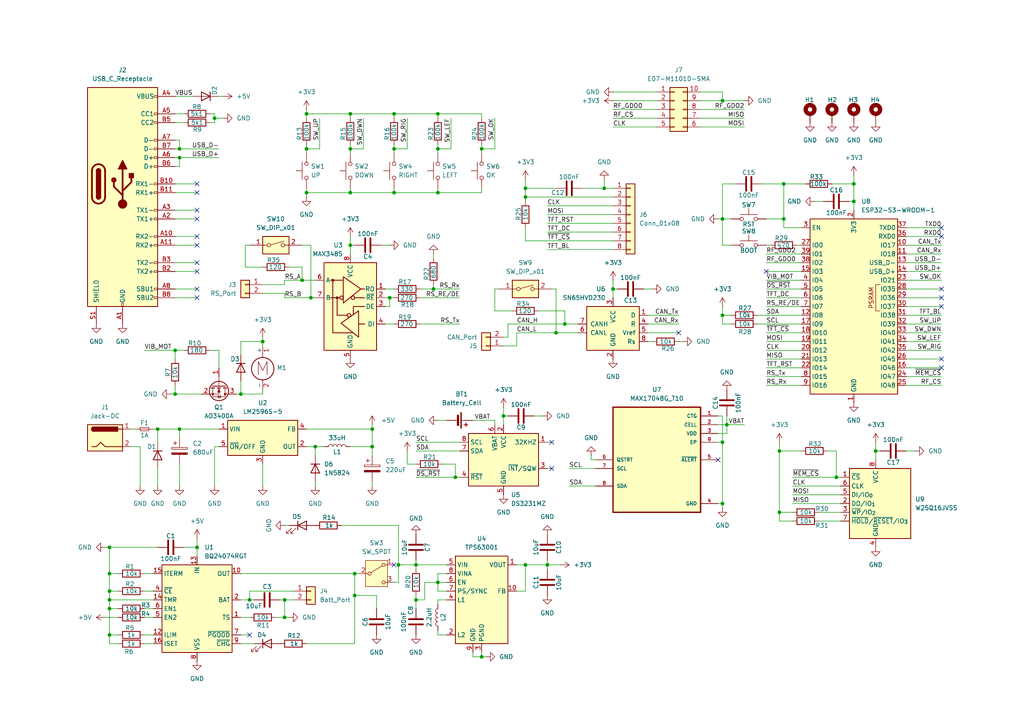
<source format=kicad_sch>
(kicad_sch (version 20250114) (generator "eeschema") (generator_version "9.0")
  (paper "A4")
  (junction (at 114.3 55.88))
  (junction (at 177.8 83.82))
  (junction (at 210.82 123.19))
  (junction (at 127 55.88))
  (junction (at 69.85 114.3))
  (junction (at 209.55 91.44))
  (junction (at 107.95 129.54))
  (junction (at 52.07 45.72))
  (junction (at 62.23 34.29))
  (junction (at 76.2 99.06))
  (junction (at 163.83 93.98))
  (junction (at 31.75 184.15))
  (junction (at 132.08 138.43))
  (junction (at 125.73 83.82))
  (junction (at 242.57 138.43))
  (junction (at 209.55 146.05))
  (junction (at 52.07 43.18))
  (junction (at 50.8 114.3))
  (junction (at 52.07 124.46))
  (junction (at 120.65 173.99))
  (junction (at 82.55 173.99))
  (junction (at 102.87 166.37))
  (junction (at 114.3 33.02))
  (junction (at 139.7 190.5))
  (junction (at 227.33 63.5))
  (junction (at 114.3 43.18))
  (junction (at 88.9 43.18))
  (junction (at 101.6 71.12))
  (junction (at 31.75 166.37))
  (junction (at 50.8 101.6))
  (junction (at 127 168.91))
  (junction (at 146.05 120.65))
  (junction (at 247.65 53.34))
  (junction (at 209.55 63.5))
  (junction (at 175.26 54.61))
  (junction (at 247.65 58.42))
  (junction (at 254 130.81))
  (junction (at 87.63 81.28))
  (junction (at 31.75 158.75))
  (junction (at 57.15 158.75))
  (junction (at 31.75 176.53))
  (junction (at 88.9 55.88))
  (junction (at 101.6 55.88))
  (junction (at 226.06 148.59))
  (junction (at 113.03 86.36))
  (junction (at 158.75 163.83))
  (junction (at 227.33 53.34))
  (junction (at 226.06 130.81))
  (junction (at 209.55 29.21))
  (junction (at 31.75 173.99))
  (junction (at 127 33.02))
  (junction (at 152.4 57.15))
  (junction (at 127 43.18))
  (junction (at 102.87 172.72))
  (junction (at 45.72 124.46))
  (junction (at 161.29 96.52))
  (junction (at 31.75 171.45))
  (junction (at 72.39 173.99))
  (junction (at 115.57 163.83))
  (junction (at 107.95 124.46))
  (junction (at 101.6 43.18))
  (junction (at 120.65 163.83))
  (junction (at 152.4 163.83))
  (junction (at 82.55 179.07))
  (junction (at 139.7 43.18))
  (junction (at 88.9 33.02))
  (junction (at 101.6 33.02))
  (junction (at 209.55 128.27))
  (junction (at 90.17 86.36))
  (junction (at 91.44 129.54))
  (junction (at 152.4 54.61))
  (no_connect (at 57.15 78.74))
  (no_connect (at 160.02 128.27))
  (no_connect (at 114.3 163.83))
  (no_connect (at 72.39 184.15))
  (no_connect (at 57.15 55.88))
  (no_connect (at 273.05 106.68))
  (no_connect (at 273.05 68.58))
  (no_connect (at 57.15 71.12))
  (no_connect (at 208.28 133.35))
  (no_connect (at 57.15 68.58))
  (no_connect (at 273.05 86.36))
  (no_connect (at 57.15 76.2))
  (no_connect (at 57.15 60.96))
  (no_connect (at 273.05 83.82))
  (no_connect (at 57.15 86.36))
  (no_connect (at 222.25 78.74))
  (no_connect (at 196.85 96.52))
  (no_connect (at 160.02 135.89))
  (no_connect (at 57.15 63.5))
  (no_connect (at 57.15 83.82))
  (no_connect (at 273.05 66.04))
  (no_connect (at 57.15 53.34))
  (no_connect (at 273.05 104.14))
  (no_connect (at 273.05 88.9))
  (wire (pts (xy 69.85 179.07) (xy 72.39 179.07)))
  (wire (pts (xy 222.25 83.82) (xy 232.41 83.82)))
  (wire (pts (xy 146.05 118.11) (xy 146.05 120.65)))
  (wire (pts (xy 148.59 90.17) (xy 143.51 90.17)))
  (wire (pts (xy 222.25 71.12) (xy 223.52 71.12)))
  (wire (pts (xy 152.4 54.61) (xy 152.4 57.15)))
  (wire (pts (xy 118.11 130.81) (xy 118.11 134.62)))
  (wire (pts (xy 90.17 71.12) (xy 90.17 86.36)))
  (wire (pts (xy 229.87 140.97) (xy 243.84 140.97)))
  (wire (pts (xy 177.8 83.82) (xy 177.8 86.36)))
  (wire (pts (xy 111.76 88.9) (xy 113.03 88.9)))
  (wire (pts (xy 69.85 186.69) (xy 73.66 186.69)))
  (wire (pts (xy 149.86 171.45) (xy 152.4 171.45)))
  (wire (pts (xy 50.8 33.02) (xy 53.34 33.02)))
  (wire (pts (xy 152.4 57.15) (xy 177.8 57.15)))
  (wire (pts (xy 210.82 125.73) (xy 210.82 123.19)))
  (wire (pts (xy 146.05 97.79) (xy 147.32 97.79)))
  (wire (pts (xy 147.32 97.79) (xy 147.32 93.98)))
  (wire (pts (xy 40.64 140.97) (xy 40.64 129.54)))
  (wire (pts (xy 120.65 162.56) (xy 120.65 163.83)))
  (wire (pts (xy 88.9 33.02) (xy 88.9 34.29)))
  (wire (pts (xy 120.65 163.83) (xy 120.65 165.1)))
  (wire (pts (xy 152.4 58.42) (xy 152.4 57.15)))
  (wire (pts (xy 45.72 124.46) (xy 45.72 128.27)))
  (wire (pts (xy 222.25 73.66) (xy 232.41 73.66)))
  (wire (pts (xy 143.51 83.82) (xy 144.78 83.82)))
  (wire (pts (xy 127 168.91) (xy 129.54 168.91)))
  (wire (pts (xy 242.57 130.81) (xy 242.57 138.43)))
  (wire (pts (xy 34.29 184.15) (xy 31.75 184.15)))
  (wire (pts (xy 114.3 33.02) (xy 114.3 34.29)))
  (wire (pts (xy 111.76 86.36) (xy 113.03 86.36)))
  (wire (pts (xy 222.25 88.9) (xy 232.41 88.9)))
  (wire (pts (xy 113.03 86.36) (xy 114.3 86.36)))
  (wire (pts (xy 209.55 91.44) (xy 209.55 93.98)))
  (wire (pts (xy 147.32 93.98) (xy 163.83 93.98)))
  (wire (pts (xy 111.76 83.82) (xy 114.3 83.82)))
  (wire (pts (xy 203.2 29.21) (xy 209.55 29.21)))
  (wire (pts (xy 109.22 172.72) (xy 102.87 172.72)))
  (wire (pts (xy 109.22 176.53) (xy 109.22 172.72)))
  (wire (pts (xy 69.85 110.49) (xy 69.85 114.3)))
  (wire (pts (xy 123.19 168.91) (xy 123.19 173.99)))
  (wire (pts (xy 50.8 101.6) (xy 53.34 101.6)))
  (wire (pts (xy 209.55 147.32) (xy 209.55 146.05)))
  (wire (pts (xy 88.9 33.02) (xy 101.6 33.02)))
  (wire (pts (xy 152.4 163.83) (xy 158.75 163.83)))
  (wire (pts (xy 140.97 190.5) (xy 139.7 190.5)))
  (wire (pts (xy 168.91 54.61) (xy 175.26 54.61)))
  (wire (pts (xy 88.9 55.88) (xy 88.9 57.15)))
  (wire (pts (xy 82.55 86.36) (xy 90.17 86.36)))
  (wire (pts (xy 242.57 138.43) (xy 243.84 138.43)))
  (wire (pts (xy 57.15 60.96) (xy 50.8 60.96)))
  (wire (pts (xy 156.21 90.17) (xy 163.83 90.17)))
  (wire (pts (xy 57.15 156.21) (xy 57.15 158.75)))
  (wire (pts (xy 118.11 34.29) (xy 118.11 43.18)))
  (wire (pts (xy 30.48 158.75) (xy 31.75 158.75)))
  (wire (pts (xy 210.82 123.19) (xy 215.9 123.19)))
  (wire (pts (xy 92.71 34.29) (xy 92.71 43.18)))
  (wire (pts (xy 158.75 162.56) (xy 158.75 163.83)))
  (wire (pts (xy 127 41.91) (xy 127 43.18)))
  (wire (pts (xy 76.2 99.06) (xy 76.2 100.33)))
  (wire (pts (xy 31.75 171.45) (xy 34.29 171.45)))
  (wire (pts (xy 101.6 41.91) (xy 101.6 43.18)))
  (wire (pts (xy 101.6 44.45) (xy 101.6 43.18)))
  (wire (pts (xy 165.1 140.97) (xy 172.72 140.97)))
  (wire (pts (xy 190.5 29.21) (xy 177.8 29.21)))
  (wire (pts (xy 101.6 33.02) (xy 101.6 34.29)))
  (wire (pts (xy 40.64 129.54) (xy 38.1 129.54)))
  (wire (pts (xy 262.89 88.9) (xy 273.05 88.9)))
  (wire (pts (xy 237.49 151.13) (xy 243.84 151.13)))
  (wire (pts (xy 44.45 173.99) (xy 31.75 173.99)))
  (wire (pts (xy 31.75 158.75) (xy 45.72 158.75)))
  (wire (pts (xy 127 171.45) (xy 127 168.91)))
  (wire (pts (xy 57.15 158.75) (xy 57.15 161.29)))
  (wire (pts (xy 57.15 53.34) (xy 50.8 53.34)))
  (wire (pts (xy 62.23 35.56) (xy 62.23 34.29)))
  (wire (pts (xy 231.14 71.12) (xy 232.41 71.12)))
  (wire (pts (xy 85.09 173.99) (xy 82.55 173.99)))
  (wire (pts (xy 177.8 83.82) (xy 179.07 83.82)))
  (wire (pts (xy 88.9 44.45) (xy 88.9 43.18)))
  (wire (pts (xy 129.54 171.45) (xy 127 171.45)))
  (wire (pts (xy 247.65 53.34) (xy 247.65 58.42)))
  (wire (pts (xy 41.91 179.07) (xy 44.45 179.07)))
  (wire (pts (xy 222.25 63.5) (xy 227.33 63.5)))
  (wire (pts (xy 219.71 93.98) (xy 232.41 93.98)))
  (wire (pts (xy 52.07 124.46) (xy 63.5 124.46)))
  (wire (pts (xy 143.51 34.29) (xy 143.51 43.18)))
  (wire (pts (xy 41.91 186.69) (xy 44.45 186.69)))
  (wire (pts (xy 209.55 53.34) (xy 209.55 63.5)))
  (wire (pts (xy 262.89 109.22) (xy 273.05 109.22)))
  (wire (pts (xy 160.02 128.27) (xy 158.75 128.27)))
  (wire (pts (xy 171.45 133.35) (xy 172.72 133.35)))
  (wire (pts (xy 222.25 81.28) (xy 232.41 81.28)))
  (wire (pts (xy 110.49 71.12) (xy 113.03 71.12)))
  (wire (pts (xy 227.33 63.5) (xy 227.33 66.04)))
  (wire (pts (xy 137.16 121.92) (xy 143.51 121.92)))
  (wire (pts (xy 171.45 132.08) (xy 171.45 133.35)))
  (wire (pts (xy 262.89 68.58) (xy 273.05 68.58)))
  (wire (pts (xy 71.12 71.12) (xy 72.39 71.12)))
  (wire (pts (xy 69.85 184.15) (xy 72.39 184.15)))
  (wire (pts (xy 53.34 158.75) (xy 57.15 158.75)))
  (wire (pts (xy 88.9 186.69) (xy 102.87 186.69)))
  (wire (pts (xy 125.73 82.55) (xy 125.73 83.82)))
  (wire (pts (xy 45.72 135.89) (xy 45.72 140.97)))
  (wire (pts (xy 152.4 52.07) (xy 152.4 54.61)))
  (wire (pts (xy 101.6 54.61) (xy 101.6 55.88)))
  (wire (pts (xy 90.17 86.36) (xy 91.44 86.36)))
  (wire (pts (xy 229.87 143.51) (xy 243.84 143.51)))
  (wire (pts (xy 208.28 120.65) (xy 209.55 120.65)))
  (wire (pts (xy 161.29 83.82) (xy 161.29 96.52)))
  (wire (pts (xy 101.6 55.88) (xy 114.3 55.88)))
  (wire (pts (xy 57.15 86.36) (xy 50.8 86.36)))
  (wire (pts (xy 52.07 140.97) (xy 52.07 134.62)))
  (wire (pts (xy 160.02 135.89) (xy 158.75 135.89)))
  (wire (pts (xy 88.9 41.91) (xy 88.9 43.18)))
  (wire (pts (xy 262.89 66.04) (xy 273.05 66.04)))
  (wire (pts (xy 232.41 66.04) (xy 227.33 66.04)))
  (wire (pts (xy 82.55 82.55) (xy 76.2 82.55)))
  (wire (pts (xy 49.53 114.3) (xy 50.8 114.3)))
  (wire (pts (xy 127 184.15) (xy 127 182.88)))
  (wire (pts (xy 76.2 77.47) (xy 71.12 77.47)))
  (wire (pts (xy 114.3 54.61) (xy 114.3 55.88)))
  (wire (pts (xy 82.55 179.07) (xy 83.82 179.07)))
  (wire (pts (xy 241.3 53.34) (xy 247.65 53.34)))
  (wire (pts (xy 209.55 26.67) (xy 209.55 29.21)))
  (wire (pts (xy 196.85 96.52) (xy 187.96 96.52)))
  (wire (pts (xy 44.45 124.46) (xy 45.72 124.46)))
  (wire (pts (xy 50.8 35.56) (xy 53.34 35.56)))
  (wire (pts (xy 229.87 138.43) (xy 242.57 138.43)))
  (wire (pts (xy 127 166.37) (xy 127 168.91)))
  (wire (pts (xy 262.89 83.82) (xy 273.05 83.82)))
  (wire (pts (xy 127 33.02) (xy 139.7 33.02)))
  (wire (pts (xy 82.55 85.09) (xy 76.2 85.09)))
  (wire (pts (xy 222.25 76.2) (xy 232.41 76.2)))
  (wire (pts (xy 209.55 91.44) (xy 212.09 91.44)))
  (wire (pts (xy 41.91 184.15) (xy 44.45 184.15)))
  (wire (pts (xy 81.28 173.99) (xy 82.55 173.99)))
  (wire (pts (xy 158.75 163.83) (xy 162.56 163.83)))
  (wire (pts (xy 177.8 64.77) (xy 158.75 64.77)))
  (wire (pts (xy 82.55 173.99) (xy 82.55 179.07)))
  (wire (pts (xy 88.9 124.46) (xy 107.95 124.46)))
  (wire (pts (xy 143.51 90.17) (xy 143.51 83.82)))
  (wire (pts (xy 52.07 40.64) (xy 52.07 43.18)))
  (wire (pts (xy 158.75 163.83) (xy 158.75 165.1)))
  (wire (pts (xy 50.8 48.26) (xy 52.07 48.26)))
  (wire (pts (xy 76.2 140.97) (xy 76.2 134.62)))
  (wire (pts (xy 31.75 173.99) (xy 31.75 171.45)))
  (wire (pts (xy 57.15 55.88) (xy 50.8 55.88)))
  (wire (pts (xy 114.3 43.18) (xy 118.11 43.18)))
  (wire (pts (xy 262.89 130.81) (xy 265.43 130.81)))
  (wire (pts (xy 82.55 81.28) (xy 82.55 82.55)))
  (wire (pts (xy 125.73 83.82) (xy 133.35 83.82)))
  (wire (pts (xy 52.07 127) (xy 52.07 124.46)))
  (wire (pts (xy 190.5 26.67) (xy 177.8 26.67)))
  (wire (pts (xy 236.22 58.42) (xy 238.76 58.42)))
  (wire (pts (xy 76.2 113.03) (xy 76.2 114.3)))
  (wire (pts (xy 226.06 130.81) (xy 226.06 148.59)))
  (wire (pts (xy 107.95 129.54) (xy 101.6 129.54)))
  (wire (pts (xy 254 128.27) (xy 254 130.81)))
  (wire (pts (xy 152.4 163.83) (xy 152.4 171.45)))
  (wire (pts (xy 161.29 96.52) (xy 167.64 96.52)))
  (wire (pts (xy 227.33 53.34) (xy 233.68 53.34)))
  (wire (pts (xy 187.96 99.06) (xy 189.23 99.06)))
  (wire (pts (xy 186.69 83.82) (xy 189.23 83.82)))
  (wire (pts (xy 63.5 106.68) (xy 63.5 101.6)))
  (wire (pts (xy 115.57 163.83) (xy 115.57 168.91)))
  (wire (pts (xy 69.85 99.06) (xy 76.2 99.06)))
  (wire (pts (xy 104.14 166.37) (xy 102.87 166.37)))
  (wire (pts (xy 262.89 86.36) (xy 273.05 86.36)))
  (wire (pts (xy 247.65 50.8) (xy 247.65 53.34)))
  (wire (pts (xy 82.55 81.28) (xy 87.63 81.28)))
  (wire (pts (xy 226.06 128.27) (xy 226.06 130.81)))
  (wire (pts (xy 114.3 55.88) (xy 127 55.88)))
  (wire (pts (xy 91.44 140.97) (xy 91.44 139.7)))
  (wire (pts (xy 160.02 83.82) (xy 161.29 83.82)))
  (wire (pts (xy 41.91 101.6) (xy 50.8 101.6)))
  (wire (pts (xy 87.63 77.47) (xy 87.63 81.28)))
  (wire (pts (xy 226.06 148.59) (xy 229.87 148.59)))
  (wire (pts (xy 198.12 99.06) (xy 196.85 99.06)))
  (wire (pts (xy 91.44 129.54) (xy 93.98 129.54)))
  (wire (pts (xy 83.82 77.47) (xy 87.63 77.47)))
  (wire (pts (xy 222.25 78.74) (xy 232.41 78.74)))
  (wire (pts (xy 237.49 148.59) (xy 243.84 148.59)))
  (wire (pts (xy 203.2 34.29) (xy 215.9 34.29)))
  (wire (pts (xy 31.75 158.75) (xy 31.75 166.37)))
  (wire (pts (xy 209.55 146.05) (xy 208.28 146.05)))
  (wire (pts (xy 101.6 68.58) (xy 101.6 71.12)))
  (wire (pts (xy 247.65 58.42) (xy 247.65 60.96)))
  (wire (pts (xy 31.75 176.53) (xy 34.29 176.53)))
  (wire (pts (xy 41.91 176.53) (xy 44.45 176.53)))
  (wire (pts (xy 101.6 33.02) (xy 114.3 33.02)))
  (wire (pts (xy 125.73 73.66) (xy 125.73 74.93)))
  (wire (pts (xy 52.07 45.72) (xy 63.5 45.72)))
  (wire (pts (xy 123.19 168.91) (xy 127 168.91)))
  (wire (pts (xy 209.55 120.65) (xy 209.55 128.27)))
  (wire (pts (xy 139.7 54.61) (xy 139.7 55.88)))
  (wire (pts (xy 114.3 44.45) (xy 114.3 43.18)))
  (wire (pts (xy 209.55 88.9) (xy 209.55 91.44)))
  (wire (pts (xy 107.95 129.54) (xy 107.95 132.08)))
  (wire (pts (xy 50.8 40.64) (xy 52.07 40.64)))
  (wire (pts (xy 57.15 78.74) (xy 50.8 78.74)))
  (wire (pts (xy 226.06 130.81) (xy 232.41 130.81)))
  (wire (pts (xy 115.57 163.83) (xy 120.65 163.83)))
  (wire (pts (xy 123.19 173.99) (xy 120.65 173.99)))
  (wire (pts (xy 57.15 76.2) (xy 50.8 76.2)))
  (wire (pts (xy 209.55 63.5) (xy 212.09 63.5)))
  (wire (pts (xy 146.05 100.33) (xy 149.86 100.33)))
  (wire (pts (xy 101.6 71.12) (xy 101.6 73.66)))
  (wire (pts (xy 209.55 93.98) (xy 212.09 93.98)))
  (wire (pts (xy 102.87 172.72) (xy 102.87 186.69)))
  (wire (pts (xy 262.89 91.44) (xy 273.05 91.44)))
  (wire (pts (xy 254 130.81) (xy 255.27 130.81)))
  (wire (pts (xy 229.87 146.05) (xy 243.84 146.05)))
  (wire (pts (xy 165.1 135.89) (xy 172.72 135.89)))
  (wire (pts (xy 30.48 179.07) (xy 34.29 179.07)))
  (wire (pts (xy 31.75 176.53) (xy 31.75 173.99)))
  (wire (pts (xy 127 43.18) (xy 130.81 43.18)))
  (wire (pts (xy 120.65 130.81) (xy 133.35 130.81)))
  (wire (pts (xy 158.75 72.39) (xy 177.8 72.39)))
  (wire (pts (xy 121.92 93.98) (xy 133.35 93.98)))
  (wire (pts (xy 64.77 27.94) (xy 63.5 27.94)))
  (wire (pts (xy 154.94 120.65) (xy 157.48 120.65)))
  (wire (pts (xy 114.3 41.91) (xy 114.3 43.18)))
  (wire (pts (xy 120.65 163.83) (xy 129.54 163.83)))
  (wire (pts (xy 129.54 166.37) (xy 127 166.37)))
  (wire (pts (xy 91.44 132.08) (xy 91.44 129.54)))
  (wire (pts (xy 222.25 111.76) (xy 232.41 111.76)))
  (wire (pts (xy 120.65 173.99) (xy 120.65 176.53)))
  (wire (pts (xy 121.92 83.82) (xy 125.73 83.82)))
  (wire (pts (xy 246.38 58.42) (xy 247.65 58.42)))
  (wire (pts (xy 82.55 85.09) (xy 82.55 86.36)))
  (wire (pts (xy 146.05 120.65) (xy 147.32 120.65)))
  (wire (pts (xy 69.85 102.87) (xy 69.85 99.06)))
  (wire (pts (xy 262.89 71.12) (xy 273.05 71.12)))
  (wire (pts (xy 262.89 111.76) (xy 273.05 111.76)))
  (wire (pts (xy 208.28 123.19) (xy 210.82 123.19)))
  (wire (pts (xy 45.72 124.46) (xy 52.07 124.46)))
  (wire (pts (xy 222.25 101.6) (xy 232.41 101.6)))
  (wire (pts (xy 222.25 109.22) (xy 232.41 109.22)))
  (wire (pts (xy 72.39 171.45) (xy 72.39 173.99)))
  (wire (pts (xy 203.2 36.83) (xy 215.9 36.83)))
  (wire (pts (xy 50.8 101.6) (xy 50.8 104.14)))
  (wire (pts (xy 50.8 43.18) (xy 52.07 43.18)))
  (wire (pts (xy 91.44 129.54) (xy 88.9 129.54)))
  (wire (pts (xy 222.25 104.14) (xy 232.41 104.14)))
  (wire (pts (xy 101.6 71.12) (xy 102.87 71.12)))
  (wire (pts (xy 139.7 34.29) (xy 139.7 33.02)))
  (wire (pts (xy 41.91 171.45) (xy 44.45 171.45)))
  (wire (pts (xy 226.06 148.59) (xy 226.06 151.13)))
  (wire (pts (xy 240.03 130.81) (xy 242.57 130.81)))
  (wire (pts (xy 262.89 106.68) (xy 273.05 106.68)))
  (wire (pts (xy 120.65 138.43) (xy 132.08 138.43)))
  (wire (pts (xy 262.89 73.66) (xy 273.05 73.66)))
  (wire (pts (xy 146.05 120.65) (xy 146.05 123.19)))
  (wire (pts (xy 50.8 27.94) (xy 55.88 27.94)))
  (wire (pts (xy 130.81 34.29) (xy 130.81 43.18)))
  (wire (pts (xy 71.12 77.47) (xy 71.12 71.12)))
  (wire (pts (xy 132.08 134.62) (xy 132.08 138.43)))
  (wire (pts (xy 69.85 114.3) (xy 68.58 114.3)))
  (wire (pts (xy 213.36 53.34) (xy 209.55 53.34)))
  (wire (pts (xy 62.23 129.54) (xy 62.23 140.97)))
  (wire (pts (xy 99.06 152.4) (xy 115.57 152.4)))
  (wire (pts (xy 262.89 93.98) (xy 273.05 93.98)))
  (wire (pts (xy 163.83 90.17) (xy 163.83 93.98)))
  (wire (pts (xy 31.75 184.15) (xy 31.75 176.53)))
  (wire (pts (xy 209.55 29.21) (xy 215.9 29.21)))
  (wire (pts (xy 57.15 71.12) (xy 50.8 71.12)))
  (wire (pts (xy 121.92 86.36) (xy 133.35 86.36)))
  (wire (pts (xy 262.89 101.6) (xy 273.05 101.6)))
  (wire (pts (xy 139.7 190.5) (xy 137.16 190.5)))
  (wire (pts (xy 152.4 69.85) (xy 177.8 69.85)))
  (wire (pts (xy 111.76 93.98) (xy 114.3 93.98)))
  (wire (pts (xy 127 33.02) (xy 127 34.29)))
  (wire (pts (xy 31.75 166.37) (xy 34.29 166.37)))
  (wire (pts (xy 152.4 54.61) (xy 161.29 54.61)))
  (wire (pts (xy 62.23 34.29) (xy 64.77 34.29)))
  (wire (pts (xy 115.57 152.4) (xy 115.57 163.83)))
  (wire (pts (xy 152.4 66.04) (xy 152.4 69.85)))
  (wire (pts (xy 212.09 71.12) (xy 209.55 71.12)))
  (wire (pts (xy 87.63 81.28) (xy 91.44 81.28)))
  (wire (pts (xy 101.6 43.18) (xy 105.41 43.18)))
  (wire (pts (xy 137.16 190.5) (xy 137.16 189.23)))
  (wire (pts (xy 127 121.92) (xy 129.54 121.92)))
  (wire (pts (xy 149.86 100.33) (xy 149.86 96.52)))
  (wire (pts (xy 120.65 128.27) (xy 133.35 128.27)))
  (wire (pts (xy 69.85 166.37) (xy 102.87 166.37)))
  (wire (pts (xy 57.15 83.82) (xy 50.8 83.82)))
  (wire (pts (xy 175.26 54.61) (xy 177.8 54.61)))
  (wire (pts (xy 88.9 43.18) (xy 92.71 43.18)))
  (wire (pts (xy 62.23 34.29) (xy 62.23 33.02)))
  (wire (pts (xy 254 130.81) (xy 254 133.35)))
  (wire (pts (xy 175.26 52.07) (xy 175.26 54.61)))
  (wire (pts (xy 31.75 186.69) (xy 31.75 184.15)))
  (wire (pts (xy 262.89 78.74) (xy 273.05 78.74)))
  (wire (pts (xy 72.39 173.99) (xy 73.66 173.99)))
  (wire (pts (xy 209.55 63.5) (xy 209.55 71.12)))
  (wire (pts (xy 52.07 48.26) (xy 52.07 45.72)))
  (wire (pts (xy 203.2 26.67) (xy 209.55 26.67)))
  (wire (pts (xy 88.9 31.75) (xy 88.9 33.02)))
  (wire (pts (xy 190.5 31.75) (xy 177.8 31.75)))
  (wire (pts (xy 107.95 124.46) (xy 107.95 129.54)))
  (wire (pts (xy 88.9 54.61) (xy 88.9 55.88)))
  (wire (pts (xy 80.01 179.07) (xy 82.55 179.07)))
  (wire (pts (xy 196.85 93.98) (xy 187.96 93.98)))
  (wire (pts (xy 127 44.45) (xy 127 43.18)))
  (wire (pts (xy 177.8 81.28) (xy 177.8 83.82)))
  (wire (pts (xy 262.89 76.2) (xy 273.05 76.2)))
  (wire (pts (xy 31.75 171.45) (xy 31.75 166.37)))
  (wire (pts (xy 113.03 88.9) (xy 113.03 86.36)))
  (wire (pts (xy 262.89 81.28) (xy 273.05 81.28)))
  (wire (pts (xy 163.83 93.98) (xy 167.64 93.98)))
  (wire (pts (xy 107.95 139.7) (xy 107.95 140.97)))
  (wire (pts (xy 208.28 125.73) (xy 210.82 125.73)))
  (wire (pts (xy 139.7 41.91) (xy 139.7 43.18)))
  (wire (pts (xy 38.1 124.46) (xy 39.37 124.46)))
  (wire (pts (xy 76.2 97.79) (xy 76.2 99.06)))
  (wire (pts (xy 88.9 55.88) (xy 101.6 55.88)))
  (wire (pts (xy 50.8 111.76) (xy 50.8 114.3)))
  (wire (pts (xy 120.65 173.99) (xy 120.65 172.72)))
  (wire (pts (xy 203.2 31.75) (xy 215.9 31.75)))
  (wire (pts (xy 143.51 121.92) (xy 143.51 123.19)))
  (wire (pts (xy 208.28 128.27) (xy 209.55 128.27)))
  (wire (pts (xy 76.2 114.3) (xy 69.85 114.3)))
  (wire (pts (xy 222.25 96.52) (xy 232.41 96.52)))
  (wire (pts (xy 41.91 166.37) (xy 44.45 166.37)))
  (wire (pts (xy 227.33 53.34) (xy 227.33 63.5)))
  (wire (pts (xy 34.29 186.69) (xy 31.75 186.69)))
  (wire (pts (xy 262.89 99.06) (xy 273.05 99.06)))
  (wire (pts (xy 196.85 91.44) (xy 187.96 91.44)))
  (wire (pts (xy 222.25 106.68) (xy 232.41 106.68)))
  (wire (pts (xy 107.95 123.19) (xy 107.95 124.46)))
  (wire (pts (xy 87.63 71.12) (xy 90.17 71.12)))
  (wire (pts (xy 139.7 43.18) (xy 143.51 43.18)))
  (wire (pts (xy 210.82 120.65) (xy 210.82 123.19)))
  (wire (pts (xy 63.5 101.6) (xy 60.96 101.6)))
  (wire (pts (xy 219.71 91.44) (xy 232.41 91.44)))
  (wire (pts (xy 177.8 59.69) (xy 158.75 59.69)))
  (wire (pts (xy 82.55 152.4) (xy 83.82 152.4)))
  (wire (pts (xy 50.8 45.72) (xy 52.07 45.72)))
  (wire (pts (xy 262.89 96.52) (xy 273.05 96.52)))
  (wire (pts (xy 85.09 171.45) (xy 72.39 171.45)))
  (wire (pts (xy 139.7 189.23) (xy 139.7 190.5)))
  (wire (pts (xy 129.54 173.99) (xy 127 173.99)))
  (wire (pts (xy 139.7 44.45) (xy 139.7 43.18)))
  (wire (pts (xy 177.8 62.23) (xy 158.75 62.23)))
  (wire (pts (xy 190.5 36.83) (xy 177.8 36.83)))
  (wire (pts (xy 208.28 63.5) (xy 209.55 63.5)))
  (wire (pts (xy 190.5 34.29) (xy 177.8 34.29)))
  (wire (pts (xy 222.25 99.06) (xy 232.41 99.06)))
  (wire (pts (xy 127 173.99) (xy 127 175.26)))
  (wire (pts (xy 226.06 151.13) (xy 229.87 151.13)))
  (wire (pts (xy 50.8 114.3) (xy 58.42 114.3)))
  (wire (pts (xy 63.5 129.54) (xy 62.23 129.54)))
  (wire (pts (xy 62.23 33.02) (xy 60.96 33.02)))
  (wire (pts (xy 102.87 166.37) (xy 102.87 172.72)))
  (wire (pts (xy 115.57 168.91) (xy 114.3 168.91)))
  (wire (pts (xy 60.96 35.56) (xy 62.23 35.56)))
  (wire (pts (xy 72.39 173.99) (xy 69.85 173.99)))
  (wire (pts (xy 57.15 68.58) (xy 50.8 68.58)))
  (wire (pts (xy 127 55.88) (xy 139.7 55.88)))
  (wire (pts (xy 129.54 184.15) (xy 127 184.15)))
  (wire (pts (xy 127 54.61) (xy 127 55.88)))
  (wire (pts (xy 52.07 43.18) (xy 63.5 43.18)))
  (wire (pts (xy 105.41 34.29) (xy 105.41 43.18)))
  (wire (pts (xy 209.55 128.27) (xy 209.55 146.05)))
  (wire (pts (xy 128.27 134.62) (xy 132.08 134.62)))
  (wire (pts (xy 220.98 53.34) (xy 227.33 53.34)))
  (wire (pts (xy 262.89 104.14) (xy 273.05 104.14)))
  (wire (pts (xy 132.08 138.43) (xy 133.35 138.43)))
  (wire (pts (xy 149.86 163.83) (xy 152.4 163.83)))
  (wire (pts (xy 177.8 67.31) (xy 158.75 67.31)))
  (wire (pts (xy 222.25 86.36) (xy 232.41 86.36)))
  (wire (pts (xy 118.11 134.62) (xy 120.65 134.62)))
  (wire (pts (xy 149.86 96.52) (xy 161.29 96.52)))
  (wire (pts (xy 114.3 33.02) (xy 127 33.02)))
  (wire (pts (xy 57.15 63.5) (xy 50.8 63.5)))
  (label "MOSI" (at 222.25 99.06 0))
  (label "USB_D+" (at 273.05 78.74 180))
  (label "SW_OK" (at 273.05 81.28 180))
  (label "SW_LEF" (at 130.81 34.29 270))
  (label "~{MEM_CS}" (at 229.87 138.43 0))
  (label "USB_D-" (at 273.05 76.2 180))
  (label "CLK" (at 222.25 101.6 0))
  (label "CAN_H" (at 149.86 93.98 0))
  (label "MISO" (at 222.25 104.14 0))
  (label "CLK" (at 229.87 140.97 0))
  (label "SCL" (at 222.25 93.98 0))
  (label "VBUS" (at 55.88 27.94 180))
  (label "VIB_MOT" (at 41.91 101.6 0))
  (label "~{DS_RST}" (at 222.25 83.82 0))
  (label "RF_GDO0" (at 177.8 31.75 0))
  (label "CAN_Tx" (at 273.05 71.12 180))
  (label "RXD0" (at 273.05 68.58 180))
  (label "USB_D+" (at 63.5 45.72 180))
  (label "RF_CS" (at 273.05 111.76 180))
  (label "TFT_RST" (at 222.25 106.68 0))
  (label "SW_RIG" (at 273.05 101.6 180))
  (label "RF_GDO0" (at 222.25 76.2 0))
  (label "SW_RIG" (at 118.11 34.29 270))
  (label "MISO" (at 215.9 34.29 180))
  (label "SW_UP" (at 273.05 93.98 180))
  (label "VBAT" (at 142.24 121.92 180))
  (label "SDA" (at 120.65 130.81 0))
  (label "CAN_Rx" (at 196.85 93.98 180))
  (label "MISO" (at 229.87 146.05 0))
  (label "SW_DWN" (at 273.05 96.52 180))
  (label "RS_RE{slash}DE" (at 133.35 86.36 180))
  (label "TFT_BL" (at 273.05 91.44 180))
  (label "RS_Tx" (at 133.35 93.98 180))
  (label "MOSI" (at 229.87 143.51 0))
  (label "SW_LEF" (at 273.05 99.06 180))
  (label "RS_RE{slash}DE" (at 222.25 88.9 0))
  (label "CLK" (at 158.75 59.69 0))
  (label "RF_GDO2" (at 222.25 73.66 0))
  (label "VBAT" (at 215.9 123.19 180))
  (label "TXD0" (at 273.05 66.04 180))
  (label "MOSI" (at 158.75 62.23 0))
  (label "CAN_Tx" (at 196.85 91.44 180))
  (label "RS_Rx" (at 222.25 111.76 0))
  (label "CAN_L" (at 149.86 96.52 0))
  (label "RF_GDO2" (at 215.9 31.75 180))
  (label "SDA" (at 222.25 91.44 0))
  (label "RS_Rx" (at 133.35 83.82 180))
  (label "~{MEM_CS}" (at 273.05 109.22 180))
  (label "SW_OK" (at 143.51 34.29 270))
  (label "SCL" (at 120.65 128.27 0))
  (label "SCL" (at 165.1 135.89 0))
  (label "SW_DWN" (at 105.41 34.29 270))
  (label "VIB_MOT" (at 222.25 81.28 0))
  (label "~{TFT_CS}" (at 222.25 96.52 0))
  (label "SW_UP" (at 92.71 34.29 270))
  (label "RS_Tx" (at 222.25 109.22 0))
  (label "USB_D-" (at 63.5 43.18 180))
  (label "RF_CS" (at 177.8 34.29 0))
  (label "CAN_Rx" (at 273.05 73.66 180))
  (label "TFT_RST" (at 158.75 64.77 0))
  (label "TFT_DC" (at 158.75 67.31 0))
  (label "SDA" (at 165.1 140.97 0))
  (label "TFT_DC" (at 222.25 86.36 0))
  (label "TFT_BL" (at 158.75 72.39 0))
  (label "MOSI" (at 215.9 36.83 180))
  (label "RS_A" (at 82.55 81.28 0))
  (label "~{TFT_CS}" (at 158.75 69.85 0))
  (label "~{DS_RST}" (at 120.65 138.43 0))
  (label "RS_B" (at 82.55 86.36 0))
  (label "CLK" (at 177.8 36.83 0))
  (symbol (lib_id "Device:C") (at 77.47 173.99 90) (unit 1)
    (property "Reference" "C3" (at 77.47 170.18 90))
    (property "Value" "10uF" (at 73.66 175.768 90))
    (property "Footprint" "Capacitor_SMD:C_0603_1608Metric" (effects (hide yes)))
    (property "Description" "Unpolarized capacitor" (effects (hide yes)))
    (property "LCSC Part" "C19702" (effects (hide yes)))
    (property "Price" "0.0056" (effects (hide yes)))
  )
  (symbol (lib_id "Regulator_Switching:LM2596S-3.3") (at 76.2 127 0) (unit 1)
    (property "Reference" "U2" (at 76.2 116.84 0))
    (property "Value" "LM2596S-5" (at 76.2 119.38 0))
    (property "Footprint" "Package_TO_SOT_SMD:TO-263-5_TabPin3" (effects (hide yes)))
    (property "Datasheet" "http://www.ti.com/lit/ds/symlink/lm2596.pdf" (effects (hide yes)))
    (property "Description" "3.3V 3A Step-Down Voltage Regulator, TO-263" (effects (hide yes)))
    (property "LCSC Part" "C347421" (effects (hide yes)))
    (property "Price" "0.5565" (effects (hide yes)))
  )
  (symbol (lib_id "RF_Module:ESP32-S3-WROOM-1") (at 247.65 88.9 0) (unit 1)
    (property "Reference" "U8" (at 249.7933 58.42 0) (effects (justify left)))
    (property "Value" "ESP32-S3-WROOM-1" (at 249.7933 60.96 0) (effects (justify left)))
    (property "Footprint" "RF_Module:ESP32-S3-WROOM-1" (effects (hide yes)))
    (property "Datasheet" "https://www.espressif.com/sites/default/files/documentation/esp32-s3-wroom-1_wroom-1u_datasheet_en.pdf" (effects (hide yes)))
    (property "Description" "RF Module, ESP32-S3 SoC, Wi-Fi 802.11b/g/n, Bluetooth, BLE, 32-bit, 3.3V, onboard antenna, SMD" (effects (hide yes)))
    (property "LCSC Part" "C2913202" (effects (hide yes)))
    (property "Price" "5.4030" (effects (hide yes)))
  )
  (symbol (lib_id "Device:R") (at 57.15 101.6 270) (unit 1)
    (property "Reference" "R10" (at 58.42 99.568 90) (effects (justify right)))
    (property "Value" "180" (at 58.928 101.6 90) (effects (justify right)))
    (property "Footprint" "Resistor_SMD:R_0603_1608Metric" (effects (hide yes)))
    (property "Description" "Resistor" (effects (hide yes)))
    (property "LCSC Part" "C2907000" (effects (hide yes)))
    (property "Price" "0.0009" (effects (hide yes)))
  )
  (symbol (lib_id "power:+5V") (at 107.95 123.19 0) (unit 1)
    (property "Reference" "#PWR023" (effects (hide yes)))
    (property "Value" "+5V" (at 110.49 121.9199 0) (effects (justify left)))
    (property "Description" "Power symbol creates a global label with name \"+5V\"" (effects (hide yes)))
  )
  (symbol (lib_id "power:GND") (at 241.3 35.56 0) (unit 1)
    (property "Reference" "#PWR056" (effects (hide yes)))
    (property "Value" "GND" (at 241.3 40.64 0))
    (property "Description" "Power symbol creates a global label with name \"GND\" , ground" (effects (hide yes)))
  )
  (symbol (lib_id "power:+3V3") (at 162.56 163.83 270) (unit 1)
    (property "Reference" "#PWR039" (effects (hide yes)))
    (property "Value" "+3V3" (at 166.37 163.8299 90) (effects (justify left)))
    (property "Description" "Power symbol creates a global label with name \"+3V3\"" (effects (hide yes)))
  )
  (symbol (lib_id "power:GND") (at 120.65 184.15 0) (unit 1)
    (property "Reference" "#PWR029" (effects (hide yes)))
    (property "Value" "GND" (at 120.65 189.23 0))
    (property "Description" "Power symbol creates a global label with name \"GND\" , ground" (effects (hide yes)))
  )
  (symbol (lib_id "Device:Fuse_Small") (at 41.91 124.46 0) (unit 1)
    (property "Reference" "F1" (at 41.91 122.682 0))
    (property "Value" "1A" (at 41.91 126.238 0))
    (property "Footprint" "Fuse:Fuse_1206_3216Metric" (effects (hide yes)))
    (property "Description" "Fuse, small symbol" (effects (hide yes)))
    (property "LCSC Part" "C720075" (effects (hide yes)))
    (property "Price" "0.0297" (effects (hide yes)))
  )
  (symbol (lib_id "power:GND") (at 157.48 120.65 90) (unit 1)
    (property "Reference" "#PWR036" (effects (hide yes)))
    (property "Value" "GND" (at 161.29 120.6501 90) (effects (justify right)))
    (property "Description" "Power symbol creates a global label with name \"GND\" , ground" (effects (hide yes)))
  )
  (symbol (lib_id "Device:R") (at 50.8 107.95 0) (unit 1)
    (property "Reference" "R7" (at 48.768 106.68 90) (effects (justify right)))
    (property "Value" "10k" (at 50.8 106.172 90) (effects (justify right)))
    (property "Footprint" "Resistor_SMD:R_0603_1608Metric" (effects (hide yes)))
    (property "Description" "Resistor" (effects (hide yes)))
    (property "LCSC Part" "C25804" (effects (hide yes)))
    (property "Price" "0.0009" (effects (hide yes)))
  )
  (symbol (lib_id "power:GND") (at 210.82 113.03 180) (unit 1)
    (property "Reference" "#PWR050" (effects (hide yes)))
    (property "Value" "GND" (at 210.82 107.95 0))
    (property "Description" "Power symbol creates a global label with name \"GND\" , ground" (effects (hide yes)))
  )
  (symbol (lib_id "Device:L") (at 127 179.07 180) (unit 1)
    (property "Reference" "L2" (at 128.524 179.07 90))
    (property "Value" "2.2uH" (at 124.46 179.07 90))
    (property "Footprint" "Inductor_SMD:L_1008_2520Metric" (effects (hide yes)))
    (property "Description" "Inductor" (effects (hide yes)))
    (property "LCSC Part" "C86092" (effects (hide yes)))
    (property "Price" "0.0629" (effects (hide yes)))
  )
  (symbol (lib_id "Device:R") (at 38.1 186.69 90) (unit 1)
    (property "Reference" "R6" (at 36.068 188.976 90) (effects (justify right)))
    (property "Value" "1k" (at 36.83 186.69 90) (effects (justify right)))
    (property "Footprint" "Resistor_SMD:R_0603_1608Metric" (effects (hide yes)))
    (property "Description" "Resistor" (effects (hide yes)))
    (property "LCSC Part" "C21190" (effects (hide yes)))
    (property "Price" "0.0010" (effects (hide yes)))
  )
  (symbol (lib_id "Device:C") (at 182.88 83.82 270) (unit 1)
    (property "Reference" "C13" (at 182.88 87.122 90))
    (property "Value" "100nF" (at 182.88 80.518 90))
    (property "Footprint" "Capacitor_SMD:C_0603_1608Metric" (effects (hide yes)))
    (property "Description" "Unpolarized capacitor" (effects (hide yes)))
    (property "LCSC Part" "C14663" (effects (hide yes)))
    (property "Price" "0.0024" (effects (hide yes)))
  )
  (symbol (lib_id "Device:R") (at 118.11 86.36 270) (unit 1)
    (property "Reference" "R18" (at 120.142 88.392 90) (effects (justify right)))
    (property "Value" "270" (at 119.888 86.36 90) (effects (justify right)))
    (property "Footprint" "Resistor_SMD:R_0603_1608Metric" (effects (hide yes)))
    (property "Description" "Resistor" (effects (hide yes)))
    (property "LCSC Part" "C22966" (effects (hide yes)))
    (property "Price" "0.0011" (effects (hide yes)))
  )
  (symbol (lib_id "Device:R") (at 236.22 130.81 90) (unit 1)
    (property "Reference" "R32" (at 234.442 128.778 90) (effects (justify right)))
    (property "Value" "10k" (at 234.442 130.81 90) (effects (justify right)))
    (property "Footprint" "Resistor_SMD:R_0603_1608Metric" (effects (hide yes)))
    (property "Description" "Resistor" (effects (hide yes)))
    (property "LCSC Part" "C25804" (effects (hide yes)))
    (property "Price" "0.0009" (effects (hide yes)))
  )
  (symbol (lib_id "Switch:SW_DIP_x01") (at 80.01 71.12 0) (unit 1)
    (property "Reference" "SW10" (at 80.01 63.5 0))
    (property "Value" "SW_DIP_x01" (at 80.01 66.04 0))
    (property "Footprint" "Button_Switch_SMD:SW_DIP_SPSTx01_Slide_6.7x4.1mm_W6.73mm_P2.54mm_LowProfile_JPin" (effects (hide yes)))
    (property "Description" "1x DIP Switch, Single Pole Single Throw (SPST) switch, small symbol" (effects (hide yes)))
  )
  (symbol (lib_id "power:GND") (at 40.64 140.97 0) (unit 1)
    (property "Reference" "#PWR05" (effects (hide yes)))
    (property "Value" "GND" (at 40.64 146.05 0))
    (property "Description" "Power symbol creates a global label with name \"GND\" , ground" (effects (hide yes)))
  )
  (symbol (lib_id "Switch:SW_Push") (at 101.6 49.53 90) (unit 1)
    (property "Reference" "SW2" (at 102.87 48.2599 90) (effects (justify right)))
    (property "Value" "DOWN" (at 102.87 50.7999 90) (effects (justify right)))
    (property "Footprint" "Button_Switch_SMD:SW_SPST_PTS645Sx43SMTR92" (effects (hide yes)))
    (property "Description" "Push button switch, generic, two pins" (effects (hide yes)))
    (property "LCSC Part" "C19191552" (effects (hide yes)))
    (property "Price" "0.0621" (effects (hide yes)))
  )
  (symbol (lib_id "Mechanical:MountingHole_Pad") (at 247.65 33.02 0) (unit 1) (in_bom no)
    (property "Reference" "H3" (at 246.126 28.956 0) (effects (justify left)))
    (property "Value" "MountingHole_Pad" (effects (hide yes)))
    (property "Footprint" "MountingHole:MountingHole_2.7mm_M2.5" (effects (hide yes)))
    (property "Description" "Mounting Hole with connection" (effects (hide yes)))
    (property "LCSC Part" "-" (effects (hide yes)))
    (property "Price" "-" (effects (hide yes)))
  )
  (symbol (lib_id "power:GND") (at 83.82 179.07 90) (unit 1)
    (property "Reference" "#PWR017" (effects (hide yes)))
    (property "Value" "GND" (at 87.63 179.0699 90) (effects (justify right)))
    (property "Description" "Power symbol creates a global label with name \"GND\" , ground" (effects (hide yes)))
  )
  (symbol (lib_id "power:GND") (at 175.26 52.07 180) (unit 1)
    (property "Reference" "#PWR041" (effects (hide yes)))
    (property "Value" "GND" (at 175.26 46.99 0))
    (property "Description" "Power symbol creates a global label with name \"GND\" , ground" (effects (hide yes)))
  )
  (symbol (lib_id "power:GND") (at 76.2 140.97 0) (unit 1)
    (property "Reference" "#PWR015" (effects (hide yes)))
    (property "Value" "GND" (at 76.2 146.05 0))
    (property "Description" "Power symbol creates a global label with name \"GND\" , ground" (effects (hide yes)))
  )
  (symbol (lib_id "power:+5V") (at 57.15 156.21 0) (unit 1)
    (property "Reference" "#PWR09" (effects (hide yes)))
    (property "Value" "+5V" (at 57.15 151.13 0))
    (property "Description" "Power symbol creates a global label with name \"+5V\"" (effects (hide yes)))
  )
  (symbol (lib_id "power:GND") (at 107.95 140.97 0) (unit 1)
    (property "Reference" "#PWR024" (effects (hide yes)))
    (property "Value" "GND" (at 107.95 146.05 0))
    (property "Description" "Power symbol creates a global label with name \"GND\" , ground" (effects (hide yes)))
  )
  (symbol (lib_id "power:GND") (at 247.65 35.56 0) (unit 1)
    (property "Reference" "#PWR057" (effects (hide yes)))
    (property "Value" "GND" (at 247.65 40.64 0))
    (property "Description" "Power symbol creates a global label with name \"GND\" , ground" (effects (hide yes)))
  )
  (symbol (lib_id "Connector_Generic:Conn_01x02") (at 71.12 82.55 0) (mirror y) (unit 1)
    (property "Reference" "J3" (at 68.58 82.5499 0) (effects (justify left)))
    (property "Value" "RS_Port" (at 68.58 85.0899 0) (effects (justify left)))
    (property "Footprint" "TerminalBlock:TerminalBlock_MaiXu_MX126-5.0-02P_1x02_P5.00mm" (effects (hide yes)))
    (property "Description" "Generic connector, single row, 01x02, script generated (kicad-library-utils/schlib/autogen/connector/)" (effects (hide yes)))
    (property "LCSC Part" "C474881" (effects (hide yes)))
    (property "Price" "0.0839" (effects (hide yes)))
  )
  (symbol (lib_id "power:GND") (at 52.07 140.97 0) (unit 1)
    (property "Reference" "#PWR08" (effects (hide yes)))
    (property "Value" "GND" (at 52.07 146.05 0))
    (property "Description" "Power symbol creates a global label with name \"GND\" , ground" (effects (hide yes)))
  )
  (symbol (lib_id "power:+3V3") (at 118.11 130.81 0) (unit 1)
    (property "Reference" "#PWR027" (effects (hide yes)))
    (property "Value" "+3V3" (at 118.11 125.73 0))
    (property "Description" "Power symbol creates a global label with name \"+3V3\"" (effects (hide yes)))
  )
  (symbol (lib_id "Device:D") (at 59.69 27.94 180) (unit 1)
    (property "Reference" "D2" (at 62.23 24.892 90) (effects (justify left)))
    (property "Value" "1N5824" (effects (hide yes)))
    (property "Footprint" "Diode_SMD:D_SMA" (effects (hide yes)))
    (property "Description" "Diode" (effects (hide yes)))
    (property "Sim.Device" "D" (effects (hide yes)))
    (property "Sim.Pins" "1=K 2=A" (effects (hide yes)))
    (property "LCSC Part" "C8678" (effects (hide yes)))
    (property "Price" "0.0276" (effects (hide yes)))
  )
  (symbol (lib_id "Connector:Jack-DC") (at 30.48 127 0) (unit 1)
    (property "Reference" "J1" (at 30.48 118.11 0))
    (property "Value" "Jack-DC" (at 30.48 120.65 0))
    (property "Footprint" "Connector_BarrelJack:BarrelJack_Horizontal" (effects (hide yes)))
    (property "Description" "DC Barrel Jack" (effects (hide yes)))
    (property "LCSC Part" "C16214" (effects (hide yes)))
    (property "Price" "0.0530" (effects (hide yes)))
  )
  (symbol (lib_id "Connector_Generic:Conn_01x02") (at 90.17 171.45 0) (unit 1)
    (property "Reference" "J4" (at 92.71 171.4499 0) (effects (justify left)))
    (property "Value" "Batt_Port" (at 92.71 173.9899 0) (effects (justify left)))
    (property "Footprint" "Connector_JST:JST_XH_S2B-XH-A_1x02_P2.50mm_Horizontal" (effects (hide yes)))
    (property "Description" "Generic connector, single row, 01x02, script generated (kicad-library-utils/schlib/autogen/connector/)" (effects (hide yes)))
    (property "LCSC Part" "C157931" (effects (hide yes)))
    (property "Price" "0.0738" (effects (hide yes)))
  )
  (symbol (lib_id "Device:R") (at 114.3 38.1 0) (unit 1)
    (property "Reference" "R16" (at 112.268 36.83 90) (effects (justify right)))
    (property "Value" "100k" (at 114.3 35.814 90) (effects (justify right)))
    (property "Footprint" "Resistor_SMD:R_0603_1608Metric" (effects (hide yes)))
    (property "Description" "Resistor" (effects (hide yes)))
    (property "LCSC Part" "C25803" (effects (hide yes)))
    (property "Price" "0.0010" (effects (hide yes)))
  )
  (symbol (lib_id "Device:R") (at 233.68 151.13 90) (unit 1)
    (property "Reference" "R31" (at 236.474 152.4 90) (effects (justify right)))
    (property "Value" "10k" (at 231.902 151.13 90) (effects (justify right)))
    (property "Footprint" "Resistor_SMD:R_0603_1608Metric" (effects (hide yes)))
    (property "Description" "Resistor" (effects (hide yes)))
    (property "LCSC Part" "C25804" (effects (hide yes)))
    (property "Price" "0.0009" (effects (hide yes)))
  )
  (symbol (lib_id "Device:R") (at 80.01 77.47 270) (unit 1)
    (property "Reference" "R35" (at 81.28 75.438 90) (effects (justify right)))
    (property "Value" "120" (at 81.788 77.47 90) (effects (justify right)))
    (property "Footprint" "Resistor_SMD:R_0603_1608Metric" (effects (hide yes)))
    (property "Description" "Resistor" (effects (hide yes)))
    (property "LCSC Part" "C23228" (effects (hide yes)))
    (property "Price" "0.0011" (effects (hide yes)))
  )
  (symbol (lib_id "Transistor_FET:AO3400A") (at 63.5 111.76 270) (unit 1)
    (property "Reference" "Q1" (at 63.5 118.11 90))
    (property "Value" "AO3400A" (at 63.5 120.65 90))
    (property "Footprint" "Package_TO_SOT_SMD:SOT-23" (effects (hide yes)))
    (property "Datasheet" "http://www.aosmd.com/pdfs/datasheet/AO3400A.pdf" (effects (hide yes)))
    (property "Description" "30V Vds, 5.7A Id, N-Channel MOSFET, SOT-23" (effects (hide yes)))
    (property "LCSC Part" "C20917" (effects (hide yes)))
    (property "Price" "0.0708" (effects (hide yes)))
  )
  (symbol (lib_id "power:GND") (at 208.28 63.5 270) (unit 1)
    (property "Reference" "#PWR048" (effects (hide yes)))
    (property "Value" "GND" (at 204.47 63.4999 90) (effects (justify right)))
    (property "Description" "Power symbol creates a global label with name \"GND\" , ground" (effects (hide yes)))
  )
  (symbol (lib_id "power:GND") (at 120.65 154.94 180) (unit 1)
    (property "Reference" "#PWR028" (effects (hide yes)))
    (property "Value" "GND" (at 120.65 150.368 0))
    (property "Description" "Power symbol creates a global label with name \"GND\" , ground" (effects (hide yes)))
  )
  (symbol (lib_id "Device:R") (at 38.1 179.07 90) (unit 1)
    (property "Reference" "R4" (at 40.894 178.054 90) (effects (justify right)))
    (property "Value" "10k" (at 36.322 179.07 90) (effects (justify right)))
    (property "Footprint" "Resistor_SMD:R_0603_1608Metric" (effects (hide yes)))
    (property "Description" "Resistor" (effects (hide yes)))
    (property "LCSC Part" "C25804" (effects (hide yes)))
    (property "Price" "0.0009" (effects (hide yes)))
  )
  (symbol (lib_id "power:GND") (at 127 121.92 270) (unit 1)
    (property "Reference" "#PWR031" (effects (hide yes)))
    (property "Value" "GND" (at 123.19 121.9199 90) (effects (justify right)))
    (property "Description" "Power symbol creates a global label with name \"GND\" , ground" (effects (hide yes)))
  )
  (symbol (lib_id "power:GND") (at 158.75 154.94 180) (unit 1)
    (property "Reference" "#PWR037" (effects (hide yes)))
    (property "Value" "GND" (at 158.75 149.86 0))
    (property "Description" "Power symbol creates a global label with name \"GND\" , ground" (effects (hide yes)))
  )
  (symbol (lib_id "power:GND") (at 236.22 58.42 270) (unit 1)
    (property "Reference" "#PWR055" (effects (hide yes)))
    (property "Value" "GND" (at 232.41 58.4199 90) (effects (justify right)))
    (property "Description" "Power symbol creates a global label with name \"GND\" , ground" (effects (hide yes)))
  )
  (symbol (lib_id "power:GND") (at 64.77 34.29 90) (unit 1)
    (property "Reference" "#PWR013" (effects (hide yes)))
    (property "Value" "GND" (at 68.58 34.2899 90) (effects (justify right)))
    (property "Description" "Power symbol creates a global label with name \"GND\" , ground" (effects (hide yes)))
  )
  (symbol (lib_id "Device:R") (at 38.1 176.53 90) (unit 1)
    (property "Reference" "R3" (at 40.894 175.514 90) (effects (justify right)))
    (property "Value" "10k" (at 36.322 176.53 90) (effects (justify right)))
    (property "Footprint" "Resistor_SMD:R_0603_1608Metric" (effects (hide yes)))
    (property "Description" "Resistor" (effects (hide yes)))
    (property "LCSC Part" "C25804" (effects (hide yes)))
    (property "Price" "0.0009" (effects (hide yes)))
  )
  (symbol (lib_id "power:GND") (at 177.8 26.67 270) (unit 1)
    (property "Reference" "#PWR042" (effects (hide yes)))
    (property "Value" "GND" (at 173.99 26.6699 90) (effects (justify right)))
    (property "Description" "Power symbol creates a global label with name \"GND\" , ground" (effects (hide yes)))
  )
  (symbol (lib_id "Device:Battery_Cell") (at 132.08 121.92 270) (unit 1)
    (property "Reference" "BT1" (at 133.9215 114.3 90))
    (property "Value" "Battery_Cell" (at 133.9215 116.84 90))
    (property "Footprint" "Battery:BatteryHolder_LINX_BAT-HLD-012-SMT" (effects (hide yes)))
    (property "Description" "Single-cell battery" (effects (hide yes)))
    (property "LCSC Part" "C964817" (effects (hide yes)))
    (property "Price" "0.0989" (effects (hide yes)))
  )
  (symbol (lib_id "power:GND") (at 88.9 57.15 0) (unit 1)
    (property "Reference" "#PWR019" (effects (hide yes)))
    (property "Value" "GND" (at 88.9 62.23 0))
    (property "Description" "Power symbol creates a global label with name \"GND\" , ground" (effects (hide yes)))
  )
  (symbol (lib_id "power:+3V3") (at 226.06 128.27 0) (unit 1)
    (property "Reference" "#PWR053" (effects (hide yes)))
    (property "Value" "+3V3" (at 226.06 123.19 0))
    (property "Description" "Power symbol creates a global label with name \"+3V3\"" (effects (hide yes)))
  )
  (symbol (lib_id "Device:R") (at 139.7 38.1 0) (unit 1)
    (property "Reference" "R24" (at 137.668 36.83 90) (effects (justify right)))
    (property "Value" "100k" (at 139.7 35.814 90) (effects (justify right)))
    (property "Footprint" "Resistor_SMD:R_0603_1608Metric" (effects (hide yes)))
    (property "Description" "Resistor" (effects (hide yes)))
    (property "LCSC Part" "C25803" (effects (hide yes)))
    (property "Price" "0.0010" (effects (hide yes)))
  )
  (symbol (lib_id "Device:R") (at 215.9 93.98 90) (unit 1)
    (property "Reference" "R28" (at 214.122 96.266 90) (effects (justify right)))
    (property "Value" "10k" (at 214.122 93.98 90) (effects (justify right)))
    (property "Footprint" "Resistor_SMD:R_0603_1608Metric" (effects (hide yes)))
    (property "Description" "Resistor" (effects (hide yes)))
    (property "LCSC Part" "C25804" (effects (hide yes)))
    (property "Price" "0.0009" (effects (hide yes)))
  )
  (symbol (lib_id "Memory_Flash:W25Q16JVSS") (at 254 146.05 0) (unit 1)
    (property "Reference" "U9" (at 265.43 144.7799 0) (effects (justify left)))
    (property "Value" "W25Q16JVSS" (at 265.43 147.3199 0) (effects (justify left)))
    (property "Footprint" "Package_SO:SOIC-8_5.3x5.3mm_P1.27mm" (effects (hide yes)))
    (property "Datasheet" "https://www.winbond.com/hq/support/documentation/levelOne.jsp?__locale=en&DocNo=DA00-W25Q16JV.1" (effects (hide yes)))
    (property "Description" "16Mbit / 2MiB Serial Flash Memory, Standard/Dual/Quad SPI, 2.7-3.6V, SOIC-8 (208 mil)" (effects (hide yes)))
    (property "LCSC Part" "C82317" (effects (hide yes)))
    (property "Price" "0.5550" (effects (hide yes)))
  )
  (symbol (lib_id "power:+3V3") (at 101.6 68.58 0) (unit 1)
    (property "Reference" "#PWR021" (effects (hide yes)))
    (property "Value" "+3V3" (at 101.6 63.5 0))
    (property "Description" "Power symbol creates a global label with name \"+3V3\"" (effects (hide yes)))
  )
  (symbol (lib_id "power:GND") (at 189.23 83.82 90) (unit 1)
    (property "Reference" "#PWR046" (effects (hide yes)))
    (property "Value" "GND" (at 193.04 83.8201 90) (effects (justify right)))
    (property "Description" "Power symbol creates a global label with name \"GND\" , ground" (effects (hide yes)))
  )
  (symbol (lib_id "Device:C") (at 158.75 168.91 180) (unit 1)
    (property "Reference" "C11" (at 155.448 168.91 90))
    (property "Value" "10uF" (at 162.052 168.91 90))
    (property "Footprint" "Capacitor_SMD:C_0603_1608Metric" (effects (hide yes)))
    (property "Description" "Unpolarized capacitor" (effects (hide yes)))
    (property "LCSC Part" "C19702" (effects (hide yes)))
    (property "Price" "0.0056" (effects (hide yes)))
  )
  (symbol (lib_id "Device:R") (at 57.15 33.02 270) (unit 1)
    (property "Reference" "R8" (at 58.42 30.988 90) (effects (justify right)))
    (property "Value" "5k1" (at 58.928 33.02 90) (effects (justify right)))
    (property "Footprint" "Resistor_SMD:R_0603_1608Metric" (effects (hide yes)))
    (property "Description" "Resistor" (effects (hide yes)))
    (property "LCSC Part" "C23186" (effects (hide yes)))
    (property "Price" "0.0010" (effects (hide yes)))
  )
  (symbol (lib_id "Switch:SW_Push") (at 88.9 49.53 90) (unit 1)
    (property "Reference" "SW1" (at 90.17 48.2599 90) (effects (justify right)))
    (property "Value" "UP" (at 90.17 50.7999 90) (effects (justify right)))
    (property "Footprint" "Button_Switch_SMD:SW_SPST_PTS645Sx43SMTR92" (effects (hide yes)))
    (property "Description" "Push button switch, generic, two pins" (effects (hide yes)))
    (property "LCSC Part" "C19191552" (effects (hide yes)))
    (property "Price" "0.0621" (effects (hide yes)))
  )
  (symbol (lib_id "Connector_Generic:Conn_02x05_Counter_Clockwise") (at 195.58 31.75 0) (unit 1)
    (property "Reference" "J7" (at 196.85 20.32 0))
    (property "Value" "E07-M1101D-SMA" (at 196.85 22.86 0))
    (property "Footprint" "Connector_PinHeader_2.54mm:PinHeader_2x05_P2.54mm_Vertical" (effects (hide yes)))
    (property "Description" "Generic connector, double row, 02x05, counter clockwise pin numbering scheme (similar to DIP package numbering), script generated (kicad-library-utils/schlib/autogen/connector/)" (effects (hide yes)))
    (property "LCSC Part" "-" (effects (hide yes)))
    (property "Price" "-" (effects (hide yes)))
  )
  (symbol (lib_id "Switch:SW_Push") (at 139.7 49.53 90) (unit 1)
    (property "Reference" "SW6" (at 140.97 48.2599 90) (effects (justify right)))
    (property "Value" "OK" (at 140.97 50.7999 90) (effects (justify right)))
    (property "Footprint" "Button_Switch_SMD:SW_SPST_PTS645Sx43SMTR92" (effects (hide yes)))
    (property "Description" "Push button switch, generic, two pins" (effects (hide yes)))
    (property "LCSC Part" "C19191552" (effects (hide yes)))
    (property "Price" "0.0621" (effects (hide yes)))
  )
  (symbol (lib_id "Device:C") (at 49.53 158.75 90) (unit 1)
    (property "Reference" "C1" (at 49.53 155.448 90))
    (property "Value" "100nF" (at 49.53 162.052 90))
    (property "Footprint" "Capacitor_SMD:C_0603_1608Metric" (effects (hide yes)))
    (property "Description" "Unpolarized capacitor" (effects (hide yes)))
    (property "LCSC Part" "C14663" (effects (hide yes)))
    (property "Price" "0.0024" (effects (hide yes)))
  )
  (symbol (lib_id "Mechanical:MountingHole_Pad") (at 234.95 33.02 0) (unit 1) (in_bom no)
    (property "Reference" "H1" (at 233.426 28.956 0) (effects (justify left)))
    (property "Value" "MountingHole_Pad" (effects (hide yes)))
    (property "Footprint" "MountingHole:MountingHole_2.7mm_M2.5" (effects (hide yes)))
    (property "Description" "Mounting Hole with connection" (effects (hide yes)))
    (property "LCSC Part" "-" (effects (hide yes)))
    (property "Price" "-" (effects (hide yes)))
  )
  (symbol (lib_id "Device:C") (at 242.57 58.42 90) (unit 1)
    (property "Reference" "C16" (at 242.57 55.118 90))
    (property "Value" "100nF" (at 242.57 61.722 90))
    (property "Footprint" "Capacitor_SMD:C_0603_1608Metric" (effects (hide yes)))
    (property "Description" "Unpolarized capacitor" (effects (hide yes)))
    (property "LCSC Part" "C14663" (effects (hide yes)))
    (property "Price" "0.0024" (effects (hide yes)))
  )
  (symbol (lib_id "Interface_CAN_LIN:SN65HVD230") (at 177.8 93.98 0) (mirror y) (unit 1)
    (property "Reference" "U6" (at 175.6567 83.82 0) (effects (justify left)))
    (property "Value" "SN65HVD230" (at 175.6567 86.36 0) (effects (justify left)))
    (property "Footprint" "Package_SO:SOIC-8_3.9x4.9mm_P1.27mm" (effects (hide yes)))
    (property "Datasheet" "http://www.ti.com/lit/ds/symlink/sn65hvd230.pdf" (effects (hide yes)))
    (property "Description" "CAN Bus Transceivers, 3.3V, 1Mbps, Low-Power capabilities, SOIC-8" (effects (hide yes)))
    (property "LCSC Part" "C12084" (effects (hide yes)))
    (property "Price" "0.5010" (effects (hide yes)))
  )
  (symbol (lib_id "Device:C") (at 165.1 54.61 270) (unit 1)
    (property "Reference" "C12" (at 161.798 55.88 90))
    (property "Value" "100nF" (at 165.1 51.308 90))
    (property "Footprint" "Capacitor_SMD:C_0603_1608Metric" (effects (hide yes)))
    (property "Description" "Unpolarized capacitor" (effects (hide yes)))
    (property "LCSC Part" "C14663" (effects (hide yes)))
    (property "Price" "0.0024" (effects (hide yes)))
  )
  (symbol (lib_id "power:GND") (at 215.9 29.21 90) (unit 1)
    (property "Reference" "#PWR052" (effects (hide yes)))
    (property "Value" "GND" (at 219.71 29.2099 90) (effects (justify right)))
    (property "Description" "Power symbol creates a global label with name \"GND\" , ground" (effects (hide yes)))
  )
  (symbol (lib_id "Device:LED") (at 87.63 152.4 0) (unit 1)
    (property "Reference" "D5" (at 86.106 149.86 0))
    (property "Value" "LED" (effects (hide yes)))
    (property "Footprint" "LED_SMD:LED_0603_1608Metric" (effects (hide yes)))
    (property "Description" "Light emitting diode" (effects (hide yes)))
    (property "Sim.Pins" "1=K 2=A" (effects (hide yes)))
    (property "LCSC Part" "C2286" (effects (hide yes)))
    (property "Price" "0.0056" (effects (hide yes)))
  )
  (symbol (lib_id "power:GND") (at 27.94 93.98 0) (unit 1)
    (property "Reference" "#PWR01" (effects (hide yes)))
    (property "Value" "GND" (at 27.94 99.06 0))
    (property "Description" "Power symbol creates a global label with name \"GND\" , ground" (effects (hide yes)))
  )
  (symbol (lib_id "power:GND") (at 254 158.75 0) (unit 1)
    (property "Reference" "#PWR062" (effects (hide yes)))
    (property "Value" "GND" (at 254 163.83 0))
    (property "Description" "Power symbol creates a global label with name \"GND\" , ground" (effects (hide yes)))
  )
  (symbol (lib_id "Device:C") (at 217.17 53.34 90) (unit 1)
    (property "Reference" "C15" (at 217.17 50.038 90))
    (property "Value" "100nF" (at 217.17 56.642 90))
    (property "Footprint" "Capacitor_SMD:C_0603_1608Metric" (effects (hide yes)))
    (property "Description" "Unpolarized capacitor" (effects (hide yes)))
    (property "LCSC Part" "C14663" (effects (hide yes)))
    (property "Price" "0.0024" (effects (hide yes)))
  )
  (symbol (lib_id "Device:D") (at 45.72 132.08 270) (unit 1)
    (property "Reference" "D1" (at 42.672 129.54 90) (effects (justify left)))
    (property "Value" "1N5824" (effects (hide yes)))
    (property "Footprint" "Diode_SMD:D_SMA" (effects (hide yes)))
    (property "Description" "Diode" (effects (hide yes)))
    (property "Sim.Device" "D" (effects (hide yes)))
    (property "Sim.Pins" "1=K 2=A" (effects (hide yes)))
    (property "LCSC Part" "C8678" (effects (hide yes)))
    (property "Price" "0.0276" (effects (hide yes)))
  )
  (symbol (lib_id "MAX17048G_T10:MAX17048G_T10") (at 190.5 133.35 0) (unit 1)
    (property "Reference" "U7" (at 190.5 113.03 0))
    (property "Value" "MAX17048G_T10" (at 190.5 115.57 0))
    (property "Footprint" "Package_DFN_QFN:DFN-8-1EP_2x2mm_P0.5mm_EP0.8x1.6mm" (effects (hide yes)))
    (property "MF" "Analog Devices" (effects (hide yes)))
    (property "Description_1" "3µA 1-Cell/2-Cell Fuel Gauge with ModelGauge" (effects (hide yes)))
    (property "Package" "TDFN-8 Maxim" (effects (hide yes)))
    (property "Price" "2.4345" (effects (hide yes)))
    (property "SnapEDA_Link" "https://www.snapeda.com/parts/MAX17048G+T10/Analog+Devices/view-part/?ref=snap" (effects (hide yes)))
    (property "MP" "MAX17048G+T10" (effects (hide yes)))
    (property "Availability" "In Stock" (effects (hide yes)))
    (property "Check_prices" "https://www.snapeda.com/parts/MAX17048G+T10/Analog+Devices/view-part/?ref=eda" (effects (hide yes)))
    (property "LCSC Part" "C2682616" (effects (hide yes)))
  )
  (symbol (lib_id "power:+5V") (at 30.48 179.07 90) (unit 1)
    (property "Reference" "#PWR03" (effects (hide yes)))
    (property "Value" "+5V" (at 26.67 179.0699 90) (effects (justify left)))
    (property "Description" "Power symbol creates a global label with name \"+5V\"" (effects (hide yes)))
  )
  (symbol (lib_id "Switch:SW_Push") (at 217.17 71.12 0) (unit 1)
    (property "Reference" "SW8" (at 217.17 67.056 0))
    (property "Value" "BOOT" (at 217.17 72.644 0))
    (property "Footprint" "Button_Switch_SMD:SW_SPST_PTS645Sx43SMTR92" (effects (hide yes)))
    (property "Description" "Push button switch, generic, two pins" (effects (hide yes)))
    (property "LCSC Part" "C19191552" (effects (hide yes)))
    (property "Price" "0.0621" (effects (hide yes)))
  )
  (symbol (lib_id "Mechanical:MountingHole_Pad") (at 241.3 33.02 0) (unit 1) (in_bom no)
    (property "Reference" "H2" (at 240.03 28.956 0) (effects (justify left)))
    (property "Value" "MountingHole_Pad" (effects (hide yes)))
    (property "Footprint" "MountingHole:MountingHole_2.7mm_M2.5" (effects (hide yes)))
    (property "Description" "Mounting Hole with connection" (effects (hide yes)))
    (property "LCSC Part" "-" (effects (hide yes)))
    (property "Price" "-" (effects (hide yes)))
  )
  (symbol (lib_id "power:+3V3") (at 209.55 88.9 0) (unit 1)
    (property "Reference" "#PWR051" (effects (hide yes)))
    (property "Value" "+3V3" (at 209.55 83.82 0))
    (property "Description" "Power symbol creates a global label with name \"+3V3\"" (effects (hide yes)))
  )
  (symbol (lib_id "Switch:SW_Push") (at 127 49.53 90) (unit 1)
    (property "Reference" "SW5" (at 128.27 48.2599 90) (effects (justify right)))
    (property "Value" "LEFT" (at 128.27 50.7999 90) (effects (justify right)))
    (property "Footprint" "Button_Switch_SMD:SW_SPST_PTS645Sx43SMTR92" (effects (hide yes)))
    (property "Description" "Push button switch, generic, two pins" (effects (hide yes)))
    (property "LCSC Part" "C19191552" (effects (hide yes)))
    (property "Price" "0.0621" (effects (hide yes)))
  )
  (symbol (lib_id "Device:R") (at 38.1 171.45 90) (unit 1)
    (property "Reference" "R2" (at 36.322 169.418 90) (effects (justify right)))
    (property "Value" "10k" (at 36.322 171.45 90) (effects (justify right)))
    (property "Footprint" "Resistor_SMD:R_0603_1608Metric" (effects (hide yes)))
    (property "Description" "Resistor" (effects (hide yes)))
    (property "LCSC Part" "C25804" (effects (hide yes)))
    (property "Price" "0.0009" (effects (hide yes)))
  )
  (symbol (lib_id "power:+3V3") (at 254 128.27 0) (unit 1)
    (property "Reference" "#PWR061" (effects (hide yes)))
    (property "Value" "+3V3" (at 254 123.19 0))
    (property "Description" "Power symbol creates a global label with name \"+3V3\"" (effects (hide yes)))
  )
  (symbol (lib_id "power:GND") (at 177.8 104.14 0) (unit 1)
    (property "Reference" "#PWR045" (effects (hide yes)))
    (property "Value" "GND" (at 177.8 109.22 0))
    (property "Description" "Power symbol creates a global label with name \"GND\" , ground" (effects (hide yes)))
  )
  (symbol (lib_id "power:GND") (at 62.23 140.97 0) (unit 1)
    (property "Reference" "#PWR011" (effects (hide yes)))
    (property "Value" "GND" (at 62.23 146.05 0))
    (property "Description" "Power symbol creates a global label with name \"GND\" , ground" (effects (hide yes)))
  )
  (symbol (lib_id "Device:C_Polarized") (at 52.07 130.81 0) (unit 1)
    (property "Reference" "C2" (at 55.88 128.6509 0) (effects (justify left)))
    (property "Value" "680uF" (at 55.88 131.1909 0) (effects (justify left)))
    (property "Footprint" "Capacitor_SMD:CP_Elec_10x10.5" (effects (hide yes)))
    (property "Description" "Polarized capacitor" (effects (hide yes)))
    (property "LCSC Part" "C2983320" (effects (hide yes)))
    (property "Price" "0.0905" (effects (hide yes)))
  )
  (symbol (lib_id "Device:C") (at 106.68 71.12 270) (unit 1)
    (property "Reference" "C4" (at 106.68 74.422 90))
    (property "Value" "100nF" (at 106.68 67.818 90))
    (property "Footprint" "Capacitor_SMD:C_0603_1608Metric" (effects (hide yes)))
    (property "Description" "Unpolarized capacitor" (effects (hide yes)))
    (property "LCSC Part" "C14663" (effects (hide yes)))
    (property "Price" "0.0024" (effects (hide yes)))
  )
  (symbol (lib_id "power:GND") (at 125.73 73.66 180) (unit 1)
    (property "Reference" "#PWR030" (effects (hide yes)))
    (property "Value" "GND" (at 125.73 68.58 0))
    (property "Description" "Power symbol creates a global label with name \"GND\" , ground" (effects (hide yes)))
  )
  (symbol (lib_id "Battery_Management:BQ24074RGT") (at 57.15 176.53 0) (unit 1)
    (property "Reference" "U1" (at 59.2933 158.75 0) (effects (justify left)))
    (property "Value" "BQ24074RGT" (at 59.2933 161.29 0) (effects (justify left)))
    (property "Footprint" "Package_DFN_QFN:VQFN-16-1EP_3x3mm_P0.5mm_EP1.6x1.6mm" (effects (hide yes)))
    (property "Datasheet" "http://www.ti.com/lit/ds/symlink/bq24074.pdf" (effects (hide yes)))
    (property "Description" "USB-Friendly Li-Ion Battery Charger and Power-Path Management, VQFN-16" (effects (hide yes)))
    (property "LCSC Part" "C2861252" (effects (hide yes)))
    (property "Price" "2.8590" (effects (hide yes)))
  )
  (symbol (lib_id "Device:R") (at 85.09 186.69 90) (unit 1)
    (property "Reference" "R12" (at 83.312 184.404 90) (effects (justify right)))
    (property "Value" "1k" (at 84.074 186.69 90) (effects (justify right)))
    (property "Footprint" "Resistor_SMD:R_0603_1608Metric" (effects (hide yes)))
    (property "Description" "Resistor" (effects (hide yes)))
    (property "LCSC Part" "C21190" (effects (hide yes)))
    (property "Price" "0.0010" (effects (hide yes)))
  )
  (symbol (lib_id "power:GND") (at 91.44 140.97 0) (unit 1)
    (property "Reference" "#PWR020" (effects (hide yes)))
    (property "Value" "GND" (at 91.44 146.05 0))
    (property "Description" "Power symbol creates a global label with name \"GND\" , ground" (effects (hide yes)))
  )
  (symbol (lib_id "power:GND") (at 234.95 35.56 0) (unit 1)
    (property "Reference" "#PWR054" (effects (hide yes)))
    (property "Value" "GND" (at 234.95 40.64 0))
    (property "Description" "Power symbol creates a global label with name \"GND\" , ground" (effects (hide yes)))
  )
  (symbol (lib_id "Device:R") (at 233.68 148.59 90) (unit 1)
    (property "Reference" "R30" (at 236.474 147.574 90) (effects (justify right)))
    (property "Value" "10k" (at 231.902 148.59 90) (effects (justify right)))
    (property "Footprint" "Resistor_SMD:R_0603_1608Metric" (effects (hide yes)))
    (property "Description" "Resistor" (effects (hide yes)))
    (property "LCSC Part" "C25804" (effects (hide yes)))
    (property "Price" "0.0009" (effects (hide yes)))
  )
  (symbol (lib_id "Device:C") (at 259.08 130.81 270) (unit 1)
    (property "Reference" "C17" (at 259.08 134.112 90))
    (property "Value" "100nF" (at 259.08 127.508 90))
    (property "Footprint" "Capacitor_SMD:C_0603_1608Metric" (effects (hide yes)))
    (property "Description" "Unpolarized capacitor" (effects (hide yes)))
    (property "LCSC Part" "C14663" (effects (hide yes)))
    (property "Price" "0.0024" (effects (hide yes)))
  )
  (symbol (lib_id "power:GND") (at 113.03 71.12 90) (unit 1)
    (property "Reference" "#PWR026" (effects (hide yes)))
    (property "Value" "GND" (at 116.84 71.1201 90) (effects (justify right)))
    (property "Description" "Power symbol creates a global label with name \"GND\" , ground" (effects (hide yes)))
  )
  (symbol (lib_id "Device:LED") (at 77.47 186.69 0) (unit 1)
    (property "Reference" "D4" (at 75.946 184.15 0))
    (property "Value" "LED" (effects (hide yes)))
    (property "Footprint" "LED_SMD:LED_0603_1608Metric" (effects (hide yes)))
    (property "Description" "Light emitting diode" (effects (hide yes)))
    (property "Sim.Pins" "1=K 2=A" (effects (hide yes)))
    (property "LCSC Part" "C2286" (effects (hide yes)))
    (property "Price" "0.0056" (effects (hide yes)))
  )
  (symbol (lib_id "power:+3V3") (at 177.8 29.21 90) (unit 1)
    (property "Reference" "#PWR043" (effects (hide yes)))
    (property "Value" "+3V3" (at 173.99 29.2099 90) (effects (justify left)))
    (property "Description" "Power symbol creates a global label with name \"+3V3\"" (effects (hide yes)))
  )
  (symbol (lib_id "Switch:SW_SPDT") (at 109.22 166.37 0) (unit 1)
    (property "Reference" "SW3" (at 109.22 157.48 0))
    (property "Value" "SW_SPDT" (at 109.22 160.02 0))
    (property "Footprint" "Button_Switch_THT:SW_Slide_SPDT_Angled_CK_OS102011MA1Q" (effects (hide yes)))
    (property "Description" "Switch, single pole double throw" (effects (hide yes)))
    (property "LCSC Part" "C431548" (effects (hide yes)))
    (property "Price" "0.0215" (effects (hide yes)))
  )
  (symbol (lib_id "power:GND") (at 254 35.56 0) (unit 1)
    (property "Reference" "#PWR060" (effects (hide yes)))
    (property "Value" "GND" (at 254 40.64 0))
    (property "Description" "Power symbol creates a global label with name \"GND\" , ground" (effects (hide yes)))
  )
  (symbol (lib_id "Device:C") (at 109.22 180.34 180) (unit 1)
    (property "Reference" "C6" (at 105.918 180.34 90))
    (property "Value" "10uF" (at 112.522 180.34 90))
    (property "Footprint" "Capacitor_SMD:C_0603_1608Metric" (effects (hide yes)))
    (property "Description" "Unpolarized capacitor" (effects (hide yes)))
    (property "LCSC Part" "C19702" (effects (hide yes)))
    (property "Price" "0.0056" (effects (hide yes)))
  )
  (symbol (lib_id "power:GND") (at 82.55 152.4 270) (unit 1)
    (property "Reference" "#PWR016" (effects (hide yes)))
    (property "Value" "GND" (at 77.978 152.4 0))
    (property "Description" "Power symbol creates a global label with name \"GND\" , ground" (effects (hide yes)))
  )
  (symbol (lib_id "power:+5V") (at 64.77 27.94 270) (unit 1)
    (property "Reference" "#PWR012" (effects (hide yes)))
    (property "Value" "+5V" (at 68.58 27.9399 90) (effects (justify left)))
    (property "Description" "Power symbol creates a global label with name \"+5V\"" (effects (hide yes)))
  )
  (symbol (lib_id "Connector_Generic:Conn_01x02") (at 140.97 100.33 180) (unit 1)
    (property "Reference" "J5" (at 138.43 100.3301 0) (effects (justify left)))
    (property "Value" "CAN_Port" (at 138.43 97.7901 0) (effects (justify left)))
    (property "Footprint" "TerminalBlock:TerminalBlock_MaiXu_MX126-5.0-02P_1x02_P5.00mm" (effects (hide yes)))
    (property "Description" "Generic connector, single row, 01x02, script generated (kicad-library-utils/schlib/autogen/connector/)" (effects (hide yes)))
    (property "LCSC Part" "C474881" (effects (hide yes)))
    (property "Price" "0.0839" (effects (hide yes)))
  )
  (symbol (lib_id "Device:C_Polarized") (at 107.95 135.89 0) (unit 1)
    (property "Reference" "C5" (at 111.76 133.7309 0) (effects (justify left)))
    (property "Value" "220uF" (at 111.76 136.2709 0) (effects (justify left)))
    (property "Footprint" "Capacitor_SMD:CP_Elec_6.3x7.7" (effects (hide yes)))
    (property "Description" "Polarized capacitor" (effects (hide yes)))
    (property "LCSC Part" "C2887273" (effects (hide yes)))
    (property "Price" "0.0345" (effects (hide yes)))
  )
  (symbol (lib_id "power:+3V3") (at 177.8 81.28 0) (unit 1)
    (property "Reference" "#PWR044" (effects (hide yes)))
    (property "Value" "+3V3" (at 177.8 76.2 0))
    (property "Description" "Power symbol creates a global label with name \"+3V3\"" (effects (hide yes)))
  )
  (symbol (lib_id "power:GND") (at 101.6 104.14 0) (unit 1)
    (property "Reference" "#PWR022" (effects (hide yes)))
    (property "Value" "GND" (at 101.6 109.22 0))
    (property "Description" "Power symbol creates a global label with name \"GND\" , ground" (effects (hide yes)))
  )
  (symbol (lib_id "power:GND") (at 198.12 99.06 90) (unit 1)
    (property "Reference" "#PWR047" (effects (hide yes)))
    (property "Value" "GND" (at 201.93 99.0599 90) (effects (justify right)))
    (property "Description" "Power symbol creates a global label with name \"GND\" , ground" (effects (hide yes)))
  )
  (symbol (lib_id "power:+3V3") (at 88.9 31.75 0) (unit 1)
    (property "Reference" "#PWR018" (effects (hide yes)))
    (property "Value" "+3V3" (at 88.9 26.67 0))
    (property "Description" "Power symbol creates a global label with name \"+3V3\"" (effects (hide yes)))
  )
  (symbol (lib_id "Device:R") (at 215.9 91.44 90) (unit 1)
    (property "Reference" "R27" (at 214.122 89.408 90) (effects (justify right)))
    (property "Value" "10k" (at 214.122 91.44 90) (effects (justify right)))
    (property "Footprint" "Resistor_SMD:R_0603_1608Metric" (effects (hide yes)))
    (property "Description" "Resistor" (effects (hide yes)))
    (property "LCSC Part" "C25804" (effects (hide yes)))
    (property "Price" "0.0009" (effects (hide yes)))
  )
  (symbol (lib_id "Interface_UART:MAX3485") (at 101.6 88.9 0) (mirror y) (unit 1)
    (property "Reference" "U3" (at 99.4567 71.12 0) (effects (justify left)))
    (property "Value" "MAX3485" (at 99.4567 73.66 0) (effects (justify left)))
    (property "Footprint" "Package_SO:SOIC-8_3.9x4.9mm_P1.27mm" (effects (hide yes)))
    (property "Datasheet" "https://datasheets.maximintegrated.com/en/ds/MAX3483-MAX3491.pdf" (effects (hide yes)))
    (property "Description" "True RS-485/RS-422, 10Mbps, Slew-Rate Limited, with low-power shutdown, with receiver/driver enable, 32 receiver drive capacitity, DIP-8 and SOIC-8" (effects (hide yes)))
    (property "LCSC Part" "C9943" (effects (hide yes)))
    (property "Price" "1.4655" (effects (hide yes)))
  )
  (symbol (lib_id "Device:R") (at 193.04 99.06 90) (unit 1)
    (property "Reference" "R26" (at 191.77 101.092 90) (effects (justify right)))
    (property "Value" "10k" (at 191.262 99.06 90) (effects (justify right)))
    (property "Footprint" "Resistor_SMD:R_0603_1608Metric" (effects (hide yes)))
    (property "Description" "Resistor" (effects (hide yes)))
    (property "LCSC Part" "C25804" (effects (hide yes)))
    (property "Price" "0.0009" (effects (hide yes)))
  )
  (symbol (lib_id "Device:R") (at 118.11 83.82 270) (unit 1)
    (property "Reference" "R17" (at 119.38 81.788 90) (effects (justify right)))
    (property "Value" "330" (at 119.888 83.82 90) (effects (justify right)))
    (property "Footprint" "Resistor_SMD:R_0603_1608Metric" (effects (hide yes)))
    (property "Description" "Resistor" (effects (hide yes)))
    (property "LCSC Part" "C23138" (effects (hide yes)))
    (property "Price" "0.0011" (effects (hide yes)))
  )
  (symbol (lib_id "power:+3V3") (at 146.05 118.11 0) (unit 1)
    (property "Reference" "#PWR033" (effects (hide yes)))
    (property "Value" "+3V3" (at 146.05 113.03 0))
    (property "Description" "Power symbol creates a global label with name \"+3V3\"" (effects (hide yes)))
  )
  (symbol (lib_id "Device:C") (at 120.65 180.34 180) (unit 1)
    (property "Reference" "C8" (at 119.126 177.038 90))
    (property "Value" "100nF" (at 117.094 180.34 90))
    (property "Footprint" "Capacitor_SMD:C_0603_1608Metric" (effects (hide yes)))
    (property "Description" "Unpolarized capacitor" (effects (hide yes)))
    (property "LCSC Part" "C14663" (effects (hide yes)))
    (property "Price" "0.0024" (effects (hide yes)))
  )
  (symbol (lib_id "Device:R") (at 127 38.1 0) (unit 1)
    (property "Reference" "R23" (at 124.968 36.83 90) (effects (justify right)))
    (property "Value" "100k" (at 127 35.814 90) (effects (justify right)))
    (property "Footprint" "Resistor_SMD:R_0603_1608Metric" (effects (hide yes)))
    (property "Description" "Resistor" (effects (hide yes)))
    (property "LCSC Part" "C25803" (effects (hide yes)))
    (property "Price" "0.0010" (effects (hide yes)))
  )
  (symbol (lib_id "Device:R") (at 152.4 90.17 270) (unit 1)
    (property "Reference" "R34" (at 153.67 88.138 90) (effects (justify right)))
    (property "Value" "120" (at 154.178 90.17 90) (effects (justify right)))
    (property "Footprint" "Resistor_SMD:R_0603_1608Metric" (effects (hide yes)))
    (property "Description" "Resistor" (effects (hide yes)))
    (property "LCSC Part" "C23228" (effects (hide yes)))
    (property "Price" "0.0011" (effects (hide yes)))
  )
  (symbol (lib_id "Device:R") (at 76.2 179.07 90) (unit 1)
    (property "Reference" "R11" (at 74.422 181.356 90) (effects (justify right)))
    (property "Value" "10k" (at 74.422 179.07 90) (effects (justify right)))
    (property "Footprint" "Resistor_SMD:R_0603_1608Metric" (effects (hide yes)))
    (property "Description" "Resistor" (effects (hide yes)))
    (property "LCSC Part" "C25804" (effects (hide yes)))
    (property "Price" "0.0009" (effects (hide yes)))
  )
  (symbol (lib_id "power:GND") (at 57.15 191.77 0) (unit 1)
    (property "Reference" "#PWR010" (effects (hide yes)))
    (property "Value" "GND" (at 57.15 196.85 0))
    (property "Description" "Power symbol creates a global label with name \"GND\" , ground" (effects (hide yes)))
  )
  (symbol (lib_id "Device:C") (at 151.13 120.65 270) (unit 1)
    (property "Reference" "C9" (at 151.13 123.952 90))
    (property "Value" "100nF" (at 151.13 117.348 90))
    (property "Footprint" "Capacitor_SMD:C_0603_1608Metric" (effects (hide yes)))
    (property "Description" "Unpolarized capacitor" (effects (hide yes)))
    (property "LCSC Part" "C14663" (effects (hide yes)))
    (property "Price" "0.0024" (effects (hide yes)))
  )
  (symbol (lib_id "Motor:Motor_DC") (at 76.2 105.41 0) (unit 1)
    (property "Reference" "M1" (at 80.264 106.68 0) (effects (justify left)))
    (property "Value" "Motor_DC" (effects (hide yes)))
    (property "Footprint" "Connector_PinHeader_2.54mm:PinHeader_1x02_P2.54mm_Vertical" (effects (hide yes)))
    (property "Description" "DC Motor" (effects (hide yes)))
    (property "LCSC Part" "-" (effects (hide yes)))
    (property "Price" "-" (effects (hide yes)))
  )
  (symbol (lib_id "power:GND") (at 247.65 116.84 0) (unit 1)
    (property "Reference" "#PWR059" (effects (hide yes)))
    (property "Value" "GND" (at 247.65 121.92 0))
    (property "Description" "Power symbol creates a global label with name \"GND\" , ground" (effects (hide yes)))
  )
  (symbol (lib_id "Device:R") (at 38.1 166.37 90) (unit 1)
    (property "Reference" "R1" (at 36.322 164.338 90) (effects (justify right)))
    (property "Value" "10k" (at 36.322 166.37 90) (effects (justify right)))
    (property "Footprint" "Resistor_SMD:R_0603_1608Metric" (effects (hide yes)))
    (property "Description" "Resistor" (effects (hide yes)))
    (property "LCSC Part" "C25804" (effects (hide yes)))
    (property "Price" "0.0009" (effects (hide yes)))
  )
  (symbol (lib_id "Device:R") (at 95.25 152.4 90) (unit 1)
    (property "Reference" "R14" (at 93.472 150.114 90) (effects (justify right)))
    (property "Value" "1k" (at 94.234 152.4 90) (effects (justify right)))
    (property "Footprint" "Resistor_SMD:R_0603_1608Metric" (effects (hide yes)))
    (property "Description" "Resistor" (effects (hide yes)))
    (property "LCSC Part" "C21190" (effects (hide yes)))
    (property "Price" "0.0010" (effects (hide yes)))
  )
  (symbol (lib_id "power:GND") (at 265.43 130.81 90) (unit 1)
    (property "Reference" "#PWR063" (effects (hide yes)))
    (property "Value" "GND" (at 269.24 130.8101 90) (effects (justify right)))
    (property "Description" "Power symbol creates a global label with name \"GND\" , ground" (effects (hide yes)))
  )
  (symbol (lib_id "Timer_RTC:DS3231MZ") (at 146.05 133.35 0) (unit 1)
    (property "Reference" "U5" (at 148.1933 143.51 0) (effects (justify left)))
    (property "Value" "DS3231MZ" (at 148.1933 146.05 0) (effects (justify left)))
    (property "Footprint" "Package_SO:SOIC-8_5.3x5.3mm_P1.27mm" (effects (hide yes)))
    (property "Datasheet" "http://datasheets.maximintegrated.com/en/ds/DS3231M.pdf" (effects (hide yes)))
    (property "Description" "±5ppm, I2C Real-Time Clock SOIC-8" (effects (hide yes)))
    (property "LCSC Part" "C107410" (effects (hide yes)))
    (property "Price" "2.6325" (effects (hide yes)))
  )
  (symbol (lib_id "Regulator_Switching:TPS63001") (at 139.7 173.99 0) (unit 1)
    (property "Reference" "U4" (at 139.7 156.21 0))
    (property "Value" "TPS63001" (at 139.7 158.75 0))
    (property "Footprint" "Package_SON:Texas_DRC0010J_ThermalVias" (effects (hide yes)))
    (property "Datasheet" "http://www.ti.com/lit/ds/symlink/tps63000.pdf" (effects (hide yes)))
    (property "Description" "Buck-Boost Converter, 1.8-5.5V Input Voltage, 1.7A Switch Current, 3.3V Output Voltage, VSON-10" (effects (hide yes)))
    (property "LCSC Part" "C28060" (effects (hide yes)))
    (property "Price" "1.1400" (effects (hide yes)))
  )
  (symbol (lib_id "power:GND") (at 109.22 184.15 0) (unit 1)
    (property "Reference" "#PWR025" (effects (hide yes)))
    (property "Value" "GND" (at 109.22 189.23 0))
    (property "Description" "Power symbol creates a global label with name \"GND\" , ground" (effects (hide yes)))
  )
  (symbol (lib_id "Device:D") (at 69.85 106.68 270) (unit 1)
    (property "Reference" "D3" (at 66.802 104.14 90) (effects (justify left)))
    (property "Value" "1N5824" (effects (hide yes)))
    (property "Footprint" "Diode_SMD:D_SMA" (effects (hide yes)))
    (property "Description" "Diode" (effects (hide yes)))
    (property "Sim.Device" "D" (effects (hide yes)))
    (property "Sim.Pins" "1=K 2=A" (effects (hide yes)))
    (property "LCSC Part" "C8678" (effects (hide yes)))
    (property "Price" "0.0276" (effects (hide yes)))
  )
  (symbol (lib_id "Switch:SW_Push") (at 217.17 63.5 0) (unit 1)
    (property "Reference" "SW7" (at 217.17 59.436 0))
    (property "Value" "RST" (at 217.17 65.024 0))
    (property "Footprint" "Button_Switch_SMD:SW_SPST_PTS645Sx43SMTR92" (effects (hide yes)))
    (property "Description" "Push button switch, generic, two pins" (effects (hide yes)))
    (property "LCSC Part" "C19191552" (effects (hide yes)))
    (property "Price" "0.0621" (effects (hide yes)))
  )
  (symbol (lib_id "Device:R") (at 88.9 38.1 0) (unit 1)
    (property "Reference" "R13" (at 86.868 36.83 90) (effects (justify right)))
    (property "Value" "100k" (at 88.9 35.814 90) (effects (justify right)))
    (property "Footprint" "Resistor_SMD:R_0603_1608Metric" (effects (hide yes)))
    (property "Description" "Resistor" (effects (hide yes)))
    (property "LCSC Part" "C25803" (effects (hide yes)))
    (property "Price" "0.0010" (effects (hide yes)))
  )
  (symbol (lib_id "Device:C") (at 120.65 158.75 0) (unit 1)
    (property "Reference" "C7" (at 123.952 158.75 90))
    (property "Value" "10uF" (at 117.348 158.75 90))
    (property "Footprint" "Capacitor_SMD:C_0603_1608Metric" (effects (hide yes)))
    (property "Description" "Unpolarized capacitor" (effects (hide yes)))
    (property "LCSC Part" "C19702" (effects (hide yes)))
    (property "Price" "0.0056" (effects (hide yes)))
  )
  (symbol (lib_id "Connector:USB_C_Receptacle") (at 35.56 53.34 0) (unit 1)
    (property "Reference" "J2" (at 35.56 20.32 0))
    (property "Value" "USB_C_Receptacle" (at 35.56 22.86 0))
    (property "Footprint" "Connector_USB:USB_C_Receptacle_GCT_USB4105-xx-A_16P_TopMnt_Horizontal" (effects (hide yes)))
    (property "Datasheet" "https://www.usb.org/sites/default/files/documents/usb_type-c.zip" (effects (hide yes)))
    (property "Description" "USB Full-Featured Type-C Receptacle connector" (effects (hide yes)))
    (property "LCSC Part" "C393939" (effects (hide yes)))
    (property "Price" "0.0644" (effects (hide yes)))
  )
  (symbol (lib_id "power:GND") (at 45.72 140.97 0) (unit 1)
    (property "Reference" "#PWR06" (effects (hide yes)))
    (property "Value" "GND" (at 45.72 146.05 0))
    (property "Description" "Power symbol creates a global label with name \"GND\" , ground" (effects (hide yes)))
  )
  (symbol (lib_id "power:GND") (at 158.75 172.72 0) (unit 1)
    (property "Reference" "#PWR038" (effects (hide yes)))
    (property "Value" "GND" (at 158.75 177.8 0))
    (property "Description" "Power symbol creates a global label with name \"GND\" , ground" (effects (hide yes)))
  )
  (symbol (lib_id "Device:R") (at 101.6 38.1 0) (unit 1)
    (property "Reference" "R15" (at 99.568 36.83 90) (effects (justify right)))
    (property "Value" "100k" (at 101.6 35.814 90) (effects (justify right)))
    (property "Footprint" "Resistor_SMD:R_0603_1608Metric" (effects (hide yes)))
    (property "Description" "Resistor" (effects (hide yes)))
    (property "LCSC Part" "C25803" (effects (hide yes)))
    (property "Price" "0.0010" (effects (hide yes)))
  )
  (symbol (lib_id "Device:L") (at 97.79 129.54 90) (unit 1)
    (property "Reference" "L1" (at 97.79 131.064 90))
    (property "Value" "33uH" (at 97.79 127 90))
    (property "Footprint" "Inductor_SMD:L_Chilisin_BMRF00101040" (effects (hide yes)))
    (property "Description" "Inductor" (effects (hide yes)))
    (property "LCSC Part" "C6364680" (effects (hide yes)))
    (property "Price" "0.2336" (effects (hide yes)))
  )
  (symbol (lib_id "power:+3V3") (at 152.4 52.07 0) (unit 1)
    (property "Reference" "#PWR035" (effects (hide yes)))
    (property "Value" "+3V3" (at 152.4 46.99 0))
    (property "Description" "Power symbol creates a global label with name \"+3V3\"" (effects (hide yes)))
  )
  (symbol (lib_id "power:GND") (at 171.45 132.08 180) (unit 1)
    (property "Reference" "#PWR040" (effects (hide yes)))
    (property "Value" "GND" (at 171.45 127 0))
    (property "Description" "Power symbol creates a global label with name \"GND\" , ground" (effects (hide yes)))
  )
  (symbol (lib_id "Device:R") (at 118.11 93.98 270) (unit 1)
    (property "Reference" "R19" (at 119.38 91.948 90) (effects (justify right)))
    (property "Value" "270" (at 119.888 93.98 90) (effects (justify right)))
    (property "Footprint" "Resistor_SMD:R_0603_1608Metric" (effects (hide yes)))
    (property "Description" "Resistor" (effects (hide yes)))
    (property "LCSC Part" "C22966" (effects (hide yes)))
    (property "Price" "0.0011" (effects (hide yes)))
  )
  (symbol (lib_id "Switch:SW_DIP_x01") (at 152.4 83.82 0) (unit 1)
    (property "Reference" "SW9" (at 152.4 76.2 0))
    (property "Value" "SW_DIP_x01" (at 152.4 78.74 0))
    (property "Footprint" "Button_Switch_SMD:SW_DIP_SPSTx01_Slide_6.7x4.1mm_W6.73mm_P2.54mm_LowProfile_JPin" (effects (hide yes)))
    (property "Description" "1x DIP Switch, Single Pole Single Throw (SPST) switch, small symbol" (effects (hide yes)))
  )
  (symbol (lib_id "Device:R") (at 124.46 134.62 90) (unit 1)
    (property "Reference" "R21" (at 122.682 132.588 90) (effects (justify right)))
    (property "Value" "10k" (at 122.682 134.62 90) (effects (justify right)))
    (property "Footprint" "Resistor_SMD:R_0603_1608Metric" (effects (hide yes)))
    (property "Description" "Resistor" (effects (hide yes)))
    (property "LCSC Part" "C25804" (effects (hide yes)))
    (property "Price" "0.0009" (effects (hide yes)))
  )
  (symbol (lib_id "Device:R") (at 57.15 35.56 90) (unit 1)
    (property "Reference" "R9" (at 55.88 37.592 90) (effects (justify right)))
    (property "Value" "5k1" (at 55.372 35.56 90) (effects (justify right)))
    (property "Footprint" "Resistor_SMD:R_0603_1608Metric" (effects (hide yes)))
    (property "Description" "Resistor" (effects (hide yes)))
    (property "LCSC Part" "C23186" (effects (hide yes)))
    (property "Price" "0.0010" (effects (hide yes)))
  )
  (symbol (lib_id "Switch:SW_Push") (at 114.3 49.53 90) (unit 1)
    (property "Reference" "SW4" (at 115.57 48.2599 90) (effects (justify right)))
    (property "Value" "RIGHT" (at 115.57 50.7999 90) (effects (justify right)))
    (property "Footprint" "Button_Switch_SMD:SW_SPST_PTS645Sx43SMTR92" (effects (hide yes)))
    (property "Description" "Push button switch, generic, two pins" (effects (hide yes)))
    (property "LCSC Part" "C19191552" (effects (hide yes)))
    (property "Price" "0.0621" (effects (hide yes)))
  )
  (symbol (lib_id "power:GND") (at 209.55 147.32 0) (unit 1)
    (property "Reference" "#PWR049" (effects (hide yes)))
    (property "Value" "GND" (at 209.55 152.4 0))
    (property "Description" "Power symbol creates a global label with name \"GND\" , ground" (effects (hide yes)))
  )
  (symbol (lib_id "power:GND") (at 146.05 143.51 0) (unit 1)
    (property "Reference" "#PWR034" (effects (hide yes)))
    (property "Value" "GND" (at 146.05 148.59 0))
    (property "Description" "Power symbol creates a global label with name \"GND\" , ground" (effects (hide yes)))
  )
  (symbol (lib_id "power:GND") (at 140.97 190.5 90) (unit 1)
    (property "Reference" "#PWR032" (effects (hide yes)))
    (property "Value" "GND" (at 144.78 190.4999 90) (effects (justify right)))
    (property "Description" "Power symbol creates a global label with name \"GND\" , ground" (effects (hide yes)))
  )
  (symbol (lib_id "Mechanical:MountingHole_Pad") (at 254 33.02 0) (unit 1) (in_bom no)
    (property "Reference" "H4" (at 252.476 28.956 0) (effects (justify left)))
    (property "Value" "MountingHole_Pad" (effects (hide yes)))
    (property "Footprint" "MountingHole:MountingHole_2.7mm_M2.5" (effects (hide yes)))
    (property "Description" "Mounting Hole with connection" (effects (hide yes)))
    (property "LCSC Part" "-" (effects (hide yes)))
    (property "Price" "-" (effects (hide yes)))
  )
  (symbol (lib_id "power:GND") (at 35.56 93.98 0) (unit 1)
    (property "Reference" "#PWR04" (effects (hide yes)))
    (property "Value" "GND" (at 35.56 99.06 0))
    (property "Description" "Power symbol creates a global label with name \"GND\" , ground" (effects (hide yes)))
  )
  (symbol (lib_id "Device:R") (at 125.73 78.74 0) (unit 1)
    (property "Reference" "R22" (at 123.698 77.47 90) (effects (justify right)))
    (property "Value" "680" (at 125.73 76.962 90) (effects (justify right)))
    (property "Footprint" "Resistor_SMD:R_0603_1608Metric" (effects (hide yes)))
    (property "Description" "Resistor" (effects (hide yes)))
    (property "LCSC Part" "C23228" (effects (hide yes)))
    (property "Price" "0.0011" (effects (hide yes)))
  )
  (symbol (lib_id "Connector_Generic:Conn_01x08") (at 182.88 62.23 0) (unit 1)
    (property "Reference" "J6" (at 185.42 62.2299 0) (effects (justify left)))
    (property "Value" "Conn_01x08" (at 185.42 64.7699 0) (effects (justify left)))
    (property "Footprint" "Connector_JST:JST_XH_S8B-XH-A_1x08_P2.50mm_Horizontal" (effects (hide yes)))
    (property "Description" "Generic connector, single row, 01x08, script generated (kicad-library-utils/schlib/autogen/connector/)" (effects (hide yes)))
    (property "LCSC Part" "C157914" (effects (hide yes)))
    (property "Price" "0.1645" (effects (hide yes)))
  )
  (symbol (lib_id "Device:C") (at 158.75 158.75 0) (unit 1)
    (property "Reference" "C10" (at 162.052 158.75 90))
    (property "Value" "10uF" (at 155.448 158.75 90))
    (property "Footprint" "Capacitor_SMD:C_0603_1608Metric" (effects (hide yes)))
    (property "Description" "Unpolarized capacitor" (effects (hide yes)))
    (property "LCSC Part" "C19702" (effects (hide yes)))
    (property "Price" "0.0056" (effects (hide yes)))
  )
  (symbol (lib_id "power:GND") (at 49.53 114.3 270) (unit 1)
    (property "Reference" "#PWR07" (effects (hide yes)))
    (property "Value" "GND" (at 45.72 114.2999 90) (effects (justify right)))
    (property "Description" "Power symbol creates a global label with name \"GND\" , ground" (effects (hide yes)))
  )
  (symbol (lib_id "power:+3V3") (at 247.65 50.8 0) (unit 1)
    (property "Reference" "#PWR058" (effects (hide yes)))
    (property "Value" "+3V3" (at 247.65 45.72 0))
    (property "Description" "Power symbol creates a global label with name \"+3V3\"" (effects (hide yes)))
  )
  (symbol (lib_id "Device:R") (at 227.33 71.12 270) (unit 1)
    (property "Reference" "R29" (at 228.6 69.088 90) (effects (justify right)))
    (property "Value" "470" (at 229.108 71.12 90) (effects (justify right)))
    (property "Footprint" "Resistor_SMD:R_0603_1608Metric" (effects (hide yes)))
    (property "Description" "Resistor" (effects (hide yes)))
    (property "LCSC Part" "C23179" (effects (hide yes)))
    (property "Price" "0.0011" (effects (hide yes)))
  )
  (symbol (lib_id "power:GND") (at 30.48 158.75 270) (unit 1)
    (property "Reference" "#PWR02" (effects (hide yes)))
    (property "Value" "GND" (at 26.67 158.7499 90) (effects (justify right)))
    (property "Description" "Power symbol creates a global label with name \"GND\" , ground" (effects (hide yes)))
  )
  (symbol (lib_id "Device:R") (at 38.1 184.15 90) (unit 1)
    (property "Reference" "R5" (at 36.322 182.118 90) (effects (justify right)))
    (property "Value" "1k" (at 36.83 184.15 90) (effects (justify right)))
    (property "Footprint" "Resistor_SMD:R_0603_1608Metric" (effects (hide yes)))
    (property "Description" "Resistor" (effects (hide yes)))
    (property "LCSC Part" "C21190" (effects (hide yes)))
    (property "Price" "0.0010" (effects (hide yes)))
  )
  (symbol (lib_id "Device:C") (at 210.82 116.84 180) (unit 1)
    (property "Reference" "C14" (at 207.518 116.84 90))
    (property "Value" "100nF" (at 214.122 116.84 90))
    (property "Footprint" "Capacitor_SMD:C_0603_1608Metric" (effects (hide yes)))
    (property "Description" "Unpolarized capacitor" (effects (hide yes)))
    (property "LCSC Part" "C14663" (effects (hide yes)))
    (property "Price" "0.0024" (effects (hide yes)))
  )
  (symbol (lib_id "Device:R") (at 237.49 53.34 270) (unit 1)
    (property "Reference" "R33" (at 238.76 51.308 90) (effects (justify right)))
    (property "Value" "100k" (at 239.776 53.34 90) (effects (justify right)))
    (property "Footprint" "Resistor_SMD:R_0603_1608Metric" (effects (hide yes)))
    (property "Description" "Resistor" (effects (hide yes)))
    (property "LCSC Part" "C25803" (effects (hide yes)))
    (property "Price" "0.0010" (effects (hide yes)))
  )
  (symbol (lib_id "Device:D") (at 91.44 135.89 270) (unit 1)
    (property "Reference" "D6" (at 93.98 134.6199 90) (effects (justify left)))
    (property "Value" "1N5824" (at 93.98 137.1599 90) (effects (justify left)))
    (property "Footprint" "Diode_SMD:D_SMA" (effects (hide yes)))
    (property "Description" "Diode" (effects (hide yes)))
    (property "Sim.Device" "D" (effects (hide yes)))
    (property "Sim.Pins" "1=K 2=A" (effects (hide yes)))
    (property "LCSC Part" "C8678" (effects (hide yes)))
    (property "Price" "0.0276" (effects (hide yes)))
  )
  (symbol (lib_id "Device:R") (at 152.4 62.23 180) (unit 1)
    (property "Reference" "R25" (at 150.368 64.008 90) (effects (justify right)))
    (property "Value" "10k" (at 152.4 64.008 90) (effects (justify right)))
    (property "Footprint" "Resistor_SMD:R_0603_1608Metric" (effects (hide yes)))
    (property "Description" "Resistor" (effects (hide yes)))
    (property "LCSC Part" "C25804" (effects (hide yes)))
    (property "Price" "0.0009" (effects (hide yes)))
  )
  (symbol (lib_id "power:+3V3") (at 76.2 97.79 0) (unit 1)
    (property "Reference" "#PWR014" (effects (hide yes)))
    (property "Value" "+3V3" (at 76.2 92.71 0))
    (property "Description" "Power symbol creates a global label with name \"+3V3\"" (effects (hide yes)))
  )
  (symbol (lib_id "Device:R") (at 120.65 168.91 180) (unit 1)
    (property "Reference" "R20" (at 118.364 170.688 90) (effects (justify right)))
    (property "Value" "10k" (at 120.65 170.688 90) (effects (justify right)))
    (property "Footprint" "Resistor_SMD:R_0603_1608Metric" (effects (hide yes)))
    (property "Description" "Resistor" (effects (hide yes)))
    (property "LCSC Part" "C25804" (effects (hide yes)))
    (property "Price" "0.0009" (effects (hide yes)))
  )
)
</source>
